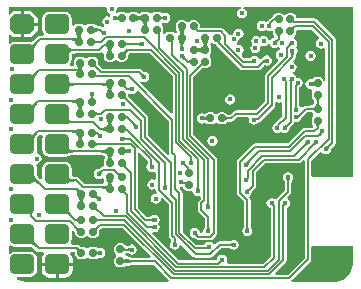
<source format=gbr>
%TF.GenerationSoftware,Altium Limited,Altium Designer,23.3.1 (30)*%
G04 Layer_Physical_Order=4*
G04 Layer_Color=16711680*
%FSLAX45Y45*%
%MOMM*%
%TF.SameCoordinates,B56B3050-E4CE-4FE9-8081-1B6FDF6B35C2*%
%TF.FilePolarity,Positive*%
%TF.FileFunction,Copper,L4,Bot,Signal*%
%TF.Part,Single*%
G01*
G75*
%TA.AperFunction,SMDPad,CuDef*%
G04:AMPARAMS|DCode=11|XSize=0.6mm|YSize=0.6mm|CornerRadius=0.15mm|HoleSize=0mm|Usage=FLASHONLY|Rotation=90.000|XOffset=0mm|YOffset=0mm|HoleType=Round|Shape=RoundedRectangle|*
%AMROUNDEDRECTD11*
21,1,0.60000,0.30000,0,0,90.0*
21,1,0.30000,0.60000,0,0,90.0*
1,1,0.30000,0.15000,0.15000*
1,1,0.30000,0.15000,-0.15000*
1,1,0.30000,-0.15000,-0.15000*
1,1,0.30000,-0.15000,0.15000*
%
%ADD11ROUNDEDRECTD11*%
G04:AMPARAMS|DCode=12|XSize=0.6mm|YSize=0.6mm|CornerRadius=0.15mm|HoleSize=0mm|Usage=FLASHONLY|Rotation=0.000|XOffset=0mm|YOffset=0mm|HoleType=Round|Shape=RoundedRectangle|*
%AMROUNDEDRECTD12*
21,1,0.60000,0.30000,0,0,0.0*
21,1,0.30000,0.60000,0,0,0.0*
1,1,0.30000,0.15000,-0.15000*
1,1,0.30000,-0.15000,-0.15000*
1,1,0.30000,-0.15000,0.15000*
1,1,0.30000,0.15000,0.15000*
%
%ADD12ROUNDEDRECTD12*%
%TA.AperFunction,Conductor*%
%ADD27C,0.15000*%
%ADD28C,0.20000*%
%TA.AperFunction,ComponentPad*%
G04:AMPARAMS|DCode=31|XSize=1.7mm|YSize=2.1mm|CornerRadius=0mm|HoleSize=0mm|Usage=FLASHONLY|Rotation=270.000|XOffset=0mm|YOffset=0mm|HoleType=Round|Shape=Octagon|*
%AMOCTAGOND31*
4,1,8,1.05000,0.42500,1.05000,-0.42500,0.62500,-0.85000,-0.62500,-0.85000,-1.05000,-0.42500,-1.05000,0.42500,-0.62500,0.85000,0.62500,0.85000,1.05000,0.42500,0.0*
%
%ADD31OCTAGOND31*%

G04:AMPARAMS|DCode=32|XSize=1.7mm|YSize=2.1mm|CornerRadius=0.425mm|HoleSize=0mm|Usage=FLASHONLY|Rotation=270.000|XOffset=0mm|YOffset=0mm|HoleType=Round|Shape=RoundedRectangle|*
%AMROUNDEDRECTD32*
21,1,1.70000,1.25001,0,0,270.0*
21,1,0.85000,2.10000,0,0,270.0*
1,1,0.85000,-0.62500,-0.42500*
1,1,0.85000,-0.62500,0.42500*
1,1,0.85000,0.62500,0.42500*
1,1,0.85000,0.62500,-0.42500*
%
%ADD32ROUNDEDRECTD32*%
%TA.AperFunction,ViaPad*%
%ADD33C,0.45000*%
G36*
X1179266Y2359266D02*
X1228843D01*
X1225263Y2353698D01*
X1219234Y2342992D01*
X1216785Y2337852D01*
X1213747Y2329909D01*
X1214713Y2327144D01*
X1216785Y2322147D01*
X1222060Y2311726D01*
X1225263Y2306301D01*
X1228843Y2300734D01*
X1171158D01*
X1174738Y2306303D01*
X1180769Y2317011D01*
X1183219Y2322151D01*
X1186256Y2330091D01*
X1185292Y2332852D01*
X1183219Y2337849D01*
X1177942Y2348271D01*
X1174738Y2353697D01*
X1174331Y2354331D01*
X1173698Y2354737D01*
X1162990Y2360767D01*
X1157850Y2363217D01*
X1149909Y2366255D01*
X1147146Y2365290D01*
X1142150Y2363217D01*
X1131728Y2357941D01*
X1126302Y2354737D01*
X1120734Y2351157D01*
Y2408842D01*
X1126302Y2405262D01*
X1137010Y2399233D01*
X1142149Y2396783D01*
X1150091Y2393745D01*
X1152855Y2394711D01*
X1157851Y2396783D01*
X1168273Y2402059D01*
X1173698Y2405262D01*
X1179266Y2408842D01*
Y2359266D01*
D02*
G37*
G36*
X874188Y2461056D02*
X872864Y2454400D01*
X876163Y2437817D01*
X885556Y2423759D01*
X899614Y2414366D01*
X905026Y2401060D01*
X894554Y2390437D01*
X880000Y2393333D01*
X863417Y2390034D01*
X849359Y2380641D01*
X839966Y2366583D01*
X836668Y2350000D01*
X839966Y2333417D01*
X848849Y2320123D01*
X849410Y2318777D01*
X849631Y2316249D01*
X845998Y2303566D01*
X841415Y2302589D01*
X840361Y2302445D01*
X835449Y2304455D01*
X829754Y2308260D01*
X818049Y2310588D01*
X818048Y2310588D01*
X813161D01*
X810935Y2311628D01*
X807550Y2311777D01*
X804841Y2312123D01*
X801819Y2312746D01*
X798799Y2313592D01*
X790687Y2316695D01*
X786990Y2318457D01*
X777476Y2323814D01*
X772441Y2327052D01*
X769136Y2327649D01*
X768656Y2327969D01*
X765124Y2328672D01*
X760734Y2330490D01*
X759192Y2329852D01*
X755000Y2330686D01*
X725000D01*
X711344Y2327969D01*
X699766Y2320234D01*
X699020Y2319117D01*
X680980D01*
X680234Y2320234D01*
X668656Y2327969D01*
X655000Y2330686D01*
X625000D01*
X611344Y2327969D01*
X599766Y2320234D01*
X595224Y2313436D01*
X580224Y2317986D01*
Y2368500D01*
X575374Y2392886D01*
X561560Y2413560D01*
X540886Y2427374D01*
X516500Y2432224D01*
X391500D01*
X367113Y2427374D01*
X346440Y2413560D01*
X332626Y2392886D01*
X327775Y2368500D01*
Y2283500D01*
X332626Y2259114D01*
X341664Y2245588D01*
X333646Y2230588D01*
X308001D01*
X308000Y2230588D01*
X296294Y2228259D01*
X286371Y2221629D01*
X286370Y2221628D01*
X260332Y2195590D01*
X257883Y2194633D01*
X251220Y2188236D01*
X245509Y2183253D01*
X240541Y2179419D01*
X236455Y2176739D01*
X234660Y2175806D01*
X223415Y2178042D01*
X222578Y2178389D01*
X222180Y2178224D01*
X97500D01*
X73113Y2173374D01*
X58944Y2163906D01*
X43944Y2171790D01*
Y2236857D01*
X57802Y2242597D01*
X84800Y2215600D01*
X147300D01*
Y2326000D01*
Y2436400D01*
X84800D01*
X57802Y2409402D01*
X43944Y2415142D01*
Y2476056D01*
X862885D01*
X874188Y2461056D01*
D02*
G37*
G36*
X970909Y2388266D02*
X973569Y2387616D01*
X976698Y2387063D01*
X980044Y2386668D01*
X987389Y2386352D01*
X988202Y2371352D01*
X984391Y2371267D01*
X977493Y2370582D01*
X974407Y2369983D01*
X971563Y2369213D01*
X971146Y2369062D01*
X971253Y2360348D01*
X970969Y2362439D01*
X970170Y2364309D01*
X968857Y2365960D01*
X967053Y2367372D01*
X966600Y2367159D01*
X964481Y2365875D01*
X962604Y2364420D01*
X960968Y2362794D01*
X960607Y2369872D01*
X958462Y2370362D01*
X954578Y2370912D01*
X950179Y2371242D01*
X945266Y2371352D01*
Y2386352D01*
X950141Y2386462D01*
X954500Y2386792D01*
X958344Y2387342D01*
X959698Y2387656D01*
X959361Y2394253D01*
X961186Y2392752D01*
X963227Y2391409D01*
X965487Y2390224D01*
X966113Y2389963D01*
X966777Y2390313D01*
X968556Y2391744D01*
X969819Y2393395D01*
X970566Y2395265D01*
X970797Y2397356D01*
X970909Y2388266D01*
D02*
G37*
G36*
X2956055Y1033945D02*
X2640000D01*
X2623183Y1030600D01*
X2623038Y1030503D01*
X2608038Y1038521D01*
Y1172026D01*
X2678937Y1242924D01*
X2698248Y1241022D01*
X2699359Y1239359D01*
X2713417Y1229966D01*
X2730000Y1226668D01*
X2746583Y1229966D01*
X2760640Y1239359D01*
X2770034Y1253417D01*
X2772470Y1265666D01*
X2774120Y1269147D01*
X2774174Y1270238D01*
X2774176Y1270248D01*
X2774259Y1270548D01*
X2774494Y1271157D01*
X2774941Y1272069D01*
X2775647Y1273266D01*
X2776472Y1274468D01*
X2779774Y1278468D01*
X2781850Y1280636D01*
X2782844Y1283191D01*
X2803428Y1303776D01*
X2809506Y1312872D01*
X2811641Y1323602D01*
Y2196398D01*
X2809507Y2207128D01*
X2803428Y2216224D01*
X2649826Y2369826D01*
X2640730Y2375904D01*
X2630000Y2378039D01*
X2480686D01*
Y2385000D01*
X2477969Y2398656D01*
X2470234Y2410234D01*
X2458656Y2417969D01*
X2445000Y2420686D01*
X2415000D01*
X2401344Y2417969D01*
X2389766Y2410234D01*
X2389020Y2409117D01*
X2370980D01*
X2370234Y2410234D01*
X2358656Y2417969D01*
X2345000Y2420686D01*
X2315000D01*
X2301344Y2417969D01*
X2289767Y2410234D01*
X2282031Y2398656D01*
X2281552Y2396251D01*
X2279801Y2395902D01*
X2270704Y2389824D01*
X2253923Y2373043D01*
X2251294Y2371982D01*
X2244197Y2365011D01*
X2236022Y2357468D01*
X2232493Y2354555D01*
X2231750Y2354013D01*
X2231731Y2354000D01*
X2231478Y2353874D01*
X2231412Y2353797D01*
X2230797Y2353406D01*
X2229626Y2351732D01*
X2228954Y2350955D01*
X2219187Y2344429D01*
X2205240Y2353748D01*
X2188658Y2357047D01*
X2172075Y2353748D01*
X2158017Y2344355D01*
X2148624Y2330297D01*
X2145325Y2313714D01*
X2148624Y2297132D01*
X2158017Y2283074D01*
X2172075Y2273680D01*
X2188658Y2270382D01*
X2205240Y2273680D01*
X2219149Y2282975D01*
X2233097Y2273655D01*
X2249679Y2270357D01*
X2264314Y2273268D01*
X2271480Y2270866D01*
X2279314Y2266678D01*
Y2255000D01*
X2282031Y2241344D01*
X2289767Y2229767D01*
X2291931Y2228321D01*
X2292037Y2228065D01*
X2292217Y2227621D01*
X2292263Y2227498D01*
X2292362Y2227166D01*
X2292572Y2219261D01*
X2289593Y2211842D01*
X2280505Y2210035D01*
X2266447Y2200641D01*
X2260587Y2191872D01*
X2244663Y2195040D01*
X2243336Y2201712D01*
X2233943Y2215770D01*
X2219885Y2225164D01*
X2203302Y2228462D01*
X2186720Y2225164D01*
X2172662Y2215770D01*
X2171755Y2214413D01*
X2157871Y2223690D01*
X2141288Y2226989D01*
X2124705Y2223690D01*
X2110648Y2214297D01*
X2101254Y2200239D01*
X2097956Y2183656D01*
X2101254Y2167074D01*
X2107404Y2157869D01*
X2101325Y2153807D01*
X2091931Y2139749D01*
X2088633Y2123167D01*
X2091931Y2106584D01*
X2101325Y2092526D01*
X2115383Y2083133D01*
X2131965Y2079834D01*
X2148548Y2083133D01*
X2162606Y2092526D01*
X2171999Y2106584D01*
X2175298Y2123167D01*
X2172655Y2136453D01*
X2180987Y2144394D01*
X2184812Y2146370D01*
X2186720Y2145096D01*
X2203302Y2141797D01*
X2219885Y2145096D01*
X2233943Y2154489D01*
X2239802Y2163258D01*
X2255726Y2160091D01*
X2257053Y2153418D01*
X2266447Y2139360D01*
X2280505Y2129967D01*
X2297087Y2126668D01*
X2313670Y2129967D01*
X2326616Y2138617D01*
X2330039Y2133494D01*
X2340232Y2126683D01*
X2338599Y2111065D01*
X2333417Y2110034D01*
X2319360Y2100640D01*
X2309966Y2086583D01*
X2306668Y2070000D01*
X2309966Y2053417D01*
X2319360Y2039359D01*
X2324835Y2035701D01*
X2327384Y2017036D01*
X2220174Y1909826D01*
X2214096Y1900730D01*
X2211962Y1890000D01*
Y1671614D01*
X2138386Y1598038D01*
X1970000D01*
X1959270Y1595904D01*
X1950174Y1589826D01*
X1918388Y1558040D01*
X1912994D01*
X1910501Y1559143D01*
X1904918Y1559277D01*
X1900749Y1559612D01*
X1897581Y1560093D01*
X1896897Y1560261D01*
X1893934Y1564694D01*
X1892714Y1567641D01*
X1891680Y1568069D01*
X1890233Y1570234D01*
X1878656Y1577969D01*
X1865000Y1580686D01*
X1835000D01*
X1821344Y1577969D01*
X1809766Y1570234D01*
X1809020Y1569117D01*
X1790980D01*
X1790234Y1570234D01*
X1778656Y1577969D01*
X1765000Y1580686D01*
X1735000D01*
X1721344Y1577969D01*
X1709767Y1570234D01*
X1696582Y1570034D01*
X1680000Y1573332D01*
X1663417Y1570034D01*
X1649359Y1560641D01*
X1639966Y1546583D01*
X1636668Y1530000D01*
X1639966Y1513417D01*
X1649359Y1499359D01*
X1663417Y1489966D01*
X1680000Y1486668D01*
X1696582Y1489966D01*
X1709767Y1489766D01*
X1721344Y1482031D01*
X1735000Y1479314D01*
X1765000D01*
X1778656Y1482031D01*
X1790234Y1489766D01*
X1790980Y1490883D01*
X1809020D01*
X1809766Y1489766D01*
X1821344Y1482031D01*
X1835000Y1479314D01*
X1865000D01*
X1878656Y1482031D01*
X1890233Y1489766D01*
X1891683Y1491936D01*
X1892718Y1492365D01*
X1893939Y1495312D01*
X1896900Y1499743D01*
X1897582Y1499911D01*
X1900750Y1500391D01*
X1904918Y1500726D01*
X1910501Y1500860D01*
X1912994Y1501963D01*
X1930002D01*
X1940732Y1504098D01*
X1949828Y1510176D01*
X1981614Y1541961D01*
X2066893D01*
X2078052Y1526961D01*
X2076668Y1520000D01*
X2079966Y1503417D01*
X2089360Y1489359D01*
X2103417Y1479966D01*
X2120000Y1476668D01*
X2136583Y1479966D01*
X2150641Y1489359D01*
X2153867Y1494189D01*
X2162550Y1495915D01*
X2171646Y1501993D01*
X2289826Y1620174D01*
X2295904Y1629270D01*
X2298039Y1640000D01*
Y1662491D01*
X2313039Y1670508D01*
X2317365Y1667617D01*
X2333948Y1664319D01*
X2346961Y1666907D01*
X2361961Y1658588D01*
Y1547736D01*
X2305914Y1491689D01*
X2305021Y1490353D01*
X2303417Y1490034D01*
X2289359Y1480640D01*
X2279966Y1466583D01*
X2276668Y1450000D01*
X2279966Y1433417D01*
X2289359Y1419359D01*
X2303417Y1409966D01*
X2320000Y1406667D01*
X2336583Y1409966D01*
X2350000Y1418931D01*
X2363417Y1409966D01*
X2380000Y1406667D01*
X2396583Y1409966D01*
X2410641Y1419359D01*
X2420034Y1433417D01*
X2422470Y1445666D01*
X2424120Y1449147D01*
X2424174Y1450238D01*
X2424176Y1450248D01*
X2424259Y1450548D01*
X2424494Y1451157D01*
X2424941Y1452069D01*
X2425647Y1453266D01*
X2426472Y1454468D01*
X2429774Y1458468D01*
X2431850Y1460636D01*
X2432844Y1463191D01*
X2453081Y1483428D01*
X2459159Y1492524D01*
X2459299Y1493232D01*
X2463418Y1499966D01*
X2480000Y1496668D01*
X2496583Y1499966D01*
X2510641Y1509359D01*
X2520034Y1523417D01*
X2520249Y1524496D01*
X2522026Y1526507D01*
X2522502Y1527890D01*
X2522849Y1528698D01*
X2523257Y1529499D01*
X2525291Y1532763D01*
X2526113Y1533892D01*
X2531716Y1540437D01*
X2533855Y1542636D01*
X2534891Y1545238D01*
X2571613Y1581961D01*
X2597006D01*
X2599499Y1580857D01*
X2605082Y1580724D01*
X2609251Y1580389D01*
X2612418Y1579908D01*
X2613102Y1579741D01*
X2616064Y1575308D01*
X2617284Y1572361D01*
X2618319Y1571933D01*
X2619766Y1569766D01*
X2620883Y1569020D01*
Y1550980D01*
X2619766Y1550234D01*
X2612031Y1538656D01*
X2609314Y1525000D01*
Y1495000D01*
X2612031Y1481344D01*
X2619766Y1469767D01*
X2621995Y1461544D01*
X2618867Y1456221D01*
X2610753Y1448039D01*
X2550000D01*
X2539270Y1445904D01*
X2530174Y1439826D01*
X2408386Y1318039D01*
X2130000D01*
X2119270Y1315904D01*
X2110174Y1309826D01*
X1982805Y1182457D01*
X1976727Y1173361D01*
X1974592Y1162631D01*
Y897369D01*
X1976727Y886639D01*
X1982805Y877543D01*
X2037073Y823274D01*
Y623384D01*
X2035969Y620874D01*
X2035898Y617589D01*
X2035726Y615121D01*
X2035465Y613006D01*
X2035144Y611278D01*
X2034797Y609934D01*
X2034468Y608971D01*
X2034203Y608373D01*
X2034051Y608104D01*
X2034044Y608095D01*
X2033311Y607285D01*
X2032015Y603656D01*
X2025078Y593273D01*
X2021779Y576690D01*
X2025078Y560108D01*
X2034471Y546050D01*
X2048529Y536657D01*
X2065112Y533358D01*
X2081694Y536657D01*
X2095752Y546050D01*
X2105146Y560108D01*
X2108444Y576690D01*
X2105146Y593273D01*
X2098208Y603656D01*
X2096913Y607285D01*
X2096179Y608095D01*
X2096173Y608104D01*
X2096020Y608374D01*
X2095756Y608972D01*
X2095426Y609933D01*
X2095080Y611277D01*
X2094813Y612714D01*
X2094320Y617873D01*
X2094254Y620874D01*
X2093150Y623384D01*
Y834888D01*
X2091016Y845618D01*
X2084938Y854715D01*
X2082616Y857036D01*
X2085165Y875701D01*
X2090640Y879359D01*
X2100034Y893417D01*
X2102470Y905666D01*
X2104120Y909147D01*
X2104174Y910238D01*
X2104176Y910248D01*
X2104259Y910548D01*
X2104494Y911157D01*
X2104941Y912069D01*
X2105647Y913266D01*
X2106472Y914468D01*
X2109774Y918468D01*
X2111850Y920636D01*
X2112844Y923191D01*
X2129826Y940174D01*
X2135904Y949270D01*
X2138039Y960000D01*
Y1073534D01*
X2216466Y1151961D01*
X2500000D01*
X2510730Y1154096D01*
X2519826Y1160174D01*
X2536961Y1177309D01*
X2551961Y1171095D01*
Y351614D01*
X2408386Y208038D01*
X2307289D01*
X2301549Y221896D01*
X2389826Y310174D01*
X2395904Y319270D01*
X2398039Y330000D01*
Y769354D01*
X2402730Y770287D01*
X2416788Y779681D01*
X2426181Y793739D01*
X2429480Y810321D01*
X2426181Y826904D01*
X2416788Y840962D01*
X2407820Y846954D01*
X2403904Y864252D01*
X2429826Y890174D01*
X2435904Y899270D01*
X2438039Y910000D01*
Y983306D01*
X2439143Y985816D01*
X2439214Y989101D01*
X2439386Y991569D01*
X2439647Y993685D01*
X2439968Y995413D01*
X2440315Y996757D01*
X2440644Y997719D01*
X2440909Y998317D01*
X2441061Y998586D01*
X2441068Y998595D01*
X2441801Y999406D01*
X2443096Y1003035D01*
X2450034Y1013417D01*
X2453332Y1030000D01*
X2450034Y1046583D01*
X2440641Y1060641D01*
X2426583Y1070034D01*
X2410000Y1073332D01*
X2393417Y1070034D01*
X2379359Y1060641D01*
X2369966Y1046583D01*
X2366668Y1030000D01*
X2369966Y1013417D01*
X2376904Y1003035D01*
X2378199Y999406D01*
X2378932Y998595D01*
X2378939Y998587D01*
X2379092Y998316D01*
X2379356Y997719D01*
X2379685Y996757D01*
X2380032Y995413D01*
X2380299Y993977D01*
X2380792Y988818D01*
X2380857Y985816D01*
X2381961Y983307D01*
Y921614D01*
X2310840Y850493D01*
X2310146Y849822D01*
X2291203Y846947D01*
X2286583Y850034D01*
X2270000Y853332D01*
X2253417Y850034D01*
X2239360Y840640D01*
X2229966Y826583D01*
X2226668Y810000D01*
X2229966Y793417D01*
X2239360Y779359D01*
X2253417Y769966D01*
X2261961Y768266D01*
Y361614D01*
X2198386Y298039D01*
X1897799D01*
X1889781Y313038D01*
X1890034Y313417D01*
X1893333Y330000D01*
X1890034Y346583D01*
X1880641Y360641D01*
X1866583Y370034D01*
X1850000Y373333D01*
X1833417Y370034D01*
X1819360Y360641D01*
X1809966Y346583D01*
X1806668Y330000D01*
X1792148Y328038D01*
X1488893D01*
X1261971Y554960D01*
X1269360Y568784D01*
X1280000Y566668D01*
X1296583Y569966D01*
X1310641Y579360D01*
X1320034Y593417D01*
X1323332Y610000D01*
X1320034Y626583D01*
X1311068Y640000D01*
X1320034Y653417D01*
X1323332Y670000D01*
X1320034Y686583D01*
X1310641Y700640D01*
X1296583Y710034D01*
X1280000Y713332D01*
X1263417Y710034D01*
X1253035Y703096D01*
X1249406Y701801D01*
X1248595Y701068D01*
X1248587Y701061D01*
X1248316Y700908D01*
X1247719Y700644D01*
X1246757Y700315D01*
X1245413Y699968D01*
X1243977Y699701D01*
X1238818Y699208D01*
X1235816Y699143D01*
X1233307Y698038D01*
X1211614D01*
X1138039Y771614D01*
Y1235137D01*
X1151897Y1240877D01*
X1221961Y1170812D01*
Y1160374D01*
X1220856Y1157835D01*
X1220800Y1154754D01*
X1220370Y1149258D01*
X1220093Y1147402D01*
X1219727Y1145608D01*
X1219329Y1144108D01*
X1218923Y1142902D01*
X1218538Y1141984D01*
X1218201Y1141329D01*
X1217410Y1140067D01*
X1216742Y1136124D01*
X1214212Y1132337D01*
X1210914Y1115754D01*
X1214212Y1099172D01*
X1223605Y1085114D01*
X1237663Y1075720D01*
X1254246Y1072422D01*
X1270829Y1075720D01*
X1276961Y1079818D01*
X1291961Y1071800D01*
Y1017799D01*
X1276961Y1009781D01*
X1276583Y1010034D01*
X1260000Y1013332D01*
X1243417Y1010034D01*
X1229359Y1000641D01*
X1219966Y986583D01*
X1216668Y970000D01*
X1219966Y953417D01*
X1229359Y939360D01*
X1243417Y929966D01*
X1260000Y926668D01*
X1276583Y929966D01*
X1276961Y930219D01*
X1283475Y928543D01*
X1292692Y922690D01*
X1294096Y915631D01*
X1300121Y906613D01*
X1300063Y906331D01*
X1292699Y892796D01*
X1290000Y893332D01*
X1273417Y890034D01*
X1259359Y880641D01*
X1249966Y866583D01*
X1246668Y850000D01*
X1249966Y833417D01*
X1259359Y819360D01*
X1273417Y809966D01*
X1290000Y806668D01*
X1306583Y809966D01*
X1320640Y819360D01*
X1330034Y833417D01*
X1333332Y850000D01*
X1332795Y852699D01*
X1346620Y860088D01*
X1401962Y804746D01*
Y535148D01*
X1404096Y524418D01*
X1410174Y515321D01*
X1420996Y504499D01*
X1420857Y504184D01*
X1420786Y500899D01*
X1420614Y498431D01*
X1420353Y496315D01*
X1420032Y494587D01*
X1419685Y493243D01*
X1419356Y492281D01*
X1419091Y491683D01*
X1418939Y491414D01*
X1418932Y491405D01*
X1418199Y490594D01*
X1416903Y486965D01*
X1409966Y476583D01*
X1406667Y460000D01*
X1409966Y443417D01*
X1419359Y429360D01*
X1433417Y419966D01*
X1450000Y416668D01*
X1466583Y419966D01*
X1480640Y429360D01*
X1490034Y443417D01*
X1492233Y454475D01*
X1506829Y460364D01*
X1507538Y460383D01*
X1607748Y360174D01*
X1616844Y354096D01*
X1627574Y351961D01*
X1750000D01*
X1760730Y354096D01*
X1769826Y360174D01*
X1841614Y431962D01*
X1903307D01*
X1905818Y430857D01*
X1909101Y430786D01*
X1911569Y430615D01*
X1913685Y430353D01*
X1915413Y430032D01*
X1916757Y429685D01*
X1917719Y429356D01*
X1918317Y429091D01*
X1918586Y428939D01*
X1918595Y428932D01*
X1919406Y428199D01*
X1923035Y426904D01*
X1933417Y419966D01*
X1950000Y416668D01*
X1966583Y419966D01*
X1980640Y429360D01*
X1990034Y443417D01*
X1993332Y460000D01*
X1990034Y476583D01*
X1980640Y490641D01*
X1966583Y500034D01*
X1950000Y503332D01*
X1933417Y500034D01*
X1923035Y493097D01*
X1919406Y491801D01*
X1918595Y491068D01*
X1918587Y491062D01*
X1918316Y490909D01*
X1917719Y490644D01*
X1916757Y490315D01*
X1915413Y489968D01*
X1913977Y489701D01*
X1908818Y489208D01*
X1905818Y489143D01*
X1903307Y488039D01*
X1830000D01*
X1819270Y485904D01*
X1810174Y479826D01*
X1793334Y462986D01*
X1774688Y465554D01*
X1770997Y471078D01*
X1756939Y480471D01*
X1740357Y483770D01*
X1723774Y480471D01*
X1709716Y471078D01*
X1702059Y459618D01*
X1700577Y459400D01*
X1698336Y459221D01*
X1695026Y459141D01*
X1693639Y458527D01*
X1692164Y458881D01*
X1690788Y458038D01*
X1631614D01*
X1518039Y571614D01*
Y895000D01*
X1515904Y905730D01*
X1509826Y914826D01*
X1491610Y933043D01*
X1498999Y946867D01*
X1500000Y946668D01*
X1516582Y949966D01*
X1522031Y941344D01*
X1529766Y929766D01*
X1541344Y922031D01*
X1555000Y919314D01*
X1585000D01*
X1588842Y920079D01*
X1591074Y919582D01*
X1604752Y909687D01*
X1605010Y909165D01*
X1606786Y900237D01*
X1616179Y886179D01*
X1630237Y876786D01*
X1646820Y873487D01*
X1655487Y875211D01*
X1670488Y864853D01*
Y850140D01*
X1651712Y831364D01*
X1645634Y822268D01*
X1643499Y811538D01*
Y758463D01*
X1645634Y747733D01*
X1651712Y738636D01*
X1706962Y683386D01*
Y625119D01*
X1705857Y622609D01*
X1705786Y619324D01*
X1705615Y616856D01*
X1705353Y614741D01*
X1705032Y613012D01*
X1704685Y611668D01*
X1704356Y610706D01*
X1704091Y610108D01*
X1703939Y609839D01*
X1703932Y609830D01*
X1703199Y609019D01*
X1701904Y605390D01*
X1694966Y595008D01*
X1691668Y578425D01*
X1692770Y572887D01*
X1680943Y557886D01*
X1664393D01*
X1663913Y558644D01*
X1663629Y559179D01*
X1663409Y559948D01*
X1663321Y560058D01*
X1660034Y576583D01*
X1650641Y590640D01*
X1636583Y600034D01*
X1620000Y603332D01*
X1603417Y600034D01*
X1589360Y590640D01*
X1579966Y576583D01*
X1576668Y560000D01*
X1579966Y543417D01*
X1589360Y529359D01*
X1603417Y519966D01*
X1619942Y516679D01*
X1620052Y516591D01*
X1620821Y516371D01*
X1621355Y516088D01*
X1622355Y515453D01*
X1623520Y514604D01*
X1627534Y511172D01*
X1629809Y508974D01*
X1634889Y506972D01*
X1639422Y503944D01*
X1650152Y501809D01*
X1752155D01*
X1762885Y503944D01*
X1771981Y510022D01*
X1799826Y537867D01*
X1805904Y546963D01*
X1808039Y557693D01*
Y1179705D01*
X1805904Y1190434D01*
X1799826Y1199531D01*
X1608038Y1391319D01*
Y1879443D01*
X1674112Y1945517D01*
X1675628Y1945871D01*
X1676502Y1947277D01*
X1678043Y1947884D01*
X1683664Y1953307D01*
X1688334Y1957442D01*
X1691567Y1959997D01*
X1695000Y1959314D01*
X1696277D01*
X1696640Y1959074D01*
X1697826Y1959314D01*
X1725000D01*
X1738656Y1962031D01*
X1750233Y1969766D01*
X1757969Y1981344D01*
X1760686Y1995000D01*
Y2025000D01*
X1757969Y2038656D01*
X1750233Y2050234D01*
X1749117Y2050980D01*
Y2069020D01*
X1750233Y2069766D01*
X1757969Y2081344D01*
X1760686Y2095000D01*
Y2125000D01*
X1759852Y2129192D01*
X1760490Y2130734D01*
X1758672Y2135124D01*
X1757969Y2138656D01*
X1757649Y2139136D01*
X1757052Y2142440D01*
X1753696Y2147660D01*
X1751055Y2152133D01*
X1749222Y2155754D01*
X1755284Y2167993D01*
X1770248Y2169445D01*
X1781344Y2162031D01*
X1795000Y2159314D01*
X1797321D01*
X1803340Y2150306D01*
X2005432Y1948214D01*
X2014529Y1942136D01*
X2025259Y1940001D01*
X2158040D01*
X2168770Y1942136D01*
X2177866Y1948214D01*
X2204424Y1974771D01*
X2205042Y1974854D01*
X2206665Y1976975D01*
X2209156Y1977942D01*
X2211608Y1980288D01*
X2212188Y1980788D01*
X2213417Y1979966D01*
X2230000Y1976668D01*
X2246583Y1979966D01*
X2260641Y1989359D01*
X2270034Y2003417D01*
X2273333Y2020000D01*
X2270034Y2036583D01*
X2260641Y2050641D01*
X2246583Y2060034D01*
X2230000Y2063332D01*
X2213417Y2060034D01*
X2199360Y2050641D01*
X2196545Y2046428D01*
X2194792Y2045715D01*
X2181004Y2032101D01*
X2174706Y2032794D01*
X2163789Y2036183D01*
X2155975Y2047879D01*
X2141917Y2057272D01*
X2125334Y2060570D01*
X2108751Y2057272D01*
X2094694Y2047879D01*
X2088342Y2038373D01*
X2037640D01*
X2017076Y2058937D01*
X2018978Y2078249D01*
X2020641Y2079360D01*
X2030034Y2093417D01*
X2033332Y2110000D01*
X2030034Y2126583D01*
X2020641Y2140641D01*
X2006583Y2150034D01*
X1990000Y2153332D01*
X1981050Y2151552D01*
X1975197Y2165682D01*
X1980640Y2169319D01*
X1990033Y2183377D01*
X1993332Y2199959D01*
X1992586Y2203707D01*
X2006046Y2206384D01*
X2020104Y2215778D01*
X2029497Y2229836D01*
X2032796Y2246418D01*
X2029497Y2263001D01*
X2020104Y2277059D01*
X2006046Y2286452D01*
X1989463Y2289751D01*
X1972881Y2286452D01*
X1958823Y2277059D01*
X1949429Y2263001D01*
X1946131Y2246418D01*
X1946876Y2242670D01*
X1933417Y2239993D01*
X1922737Y2232857D01*
X1910692Y2235693D01*
X1906405Y2238212D01*
X1905904Y2240730D01*
X1899826Y2249826D01*
X1859826Y2289826D01*
X1850730Y2295904D01*
X1840000Y2298039D01*
X1675184D01*
X1671150Y2299082D01*
X1660879Y2306001D01*
X1660686Y2306286D01*
Y2325000D01*
X1657969Y2338656D01*
X1650233Y2350234D01*
X1638656Y2357969D01*
X1625000Y2360686D01*
X1595000D01*
X1581344Y2357969D01*
X1569766Y2350234D01*
X1569020Y2349117D01*
X1550980D01*
X1550234Y2350234D01*
X1538656Y2357969D01*
X1525000Y2360686D01*
X1495000D01*
X1481344Y2357969D01*
X1469766Y2350234D01*
X1462031Y2338656D01*
X1459314Y2325000D01*
Y2295000D01*
X1460148Y2290808D01*
X1459510Y2289266D01*
X1461328Y2284876D01*
X1462031Y2281344D01*
X1462351Y2280864D01*
X1462948Y2277559D01*
X1466308Y2272334D01*
X1468941Y2267873D01*
X1470778Y2264245D01*
X1464716Y2252008D01*
X1449752Y2250555D01*
X1438656Y2257969D01*
X1425000Y2260685D01*
X1395000D01*
X1381344Y2257969D01*
X1369766Y2250233D01*
X1366507Y2245356D01*
X1350489Y2248110D01*
X1347969Y2251344D01*
X1350686Y2265000D01*
Y2295000D01*
X1347969Y2308656D01*
X1340234Y2320233D01*
X1339117Y2320980D01*
Y2339020D01*
X1340233Y2339766D01*
X1353418Y2339966D01*
X1370000Y2336668D01*
X1386583Y2339966D01*
X1400641Y2349360D01*
X1410034Y2363417D01*
X1413332Y2380000D01*
X1410034Y2396583D01*
X1400641Y2410641D01*
X1386583Y2420034D01*
X1370000Y2423332D01*
X1353418Y2420034D01*
X1340233Y2420233D01*
X1328656Y2427969D01*
X1315000Y2430686D01*
X1285000D01*
X1271344Y2427969D01*
X1259766Y2420233D01*
X1259020Y2419117D01*
X1240980D01*
X1240234Y2420233D01*
X1228656Y2427969D01*
X1215000Y2430686D01*
X1185000D01*
X1180808Y2429852D01*
X1179266Y2430490D01*
X1174876Y2428672D01*
X1171344Y2427969D01*
X1170864Y2427648D01*
X1167560Y2427052D01*
X1162334Y2423692D01*
X1157873Y2421058D01*
X1149949Y2417047D01*
X1146990Y2418457D01*
X1137476Y2423814D01*
X1132441Y2427052D01*
X1129136Y2427648D01*
X1128656Y2427969D01*
X1125124Y2428672D01*
X1120734Y2430490D01*
X1119192Y2429852D01*
X1115000Y2430686D01*
X1085000D01*
X1071344Y2427969D01*
X1059766Y2420233D01*
X1059020Y2419117D01*
X1040980D01*
X1040234Y2420233D01*
X1028656Y2427969D01*
X1015000Y2430686D01*
X985000D01*
X971344Y2427969D01*
X964744Y2423559D01*
X953935Y2434368D01*
X953932Y2434378D01*
X956230Y2437817D01*
X959529Y2454400D01*
X958205Y2461056D01*
X969508Y2476056D01*
X2007077D01*
X2008555Y2461056D01*
X2003417Y2460034D01*
X1989359Y2450641D01*
X1979966Y2436583D01*
X1976668Y2420000D01*
X1979966Y2403417D01*
X1989359Y2389359D01*
X2003417Y2379966D01*
X2020000Y2376668D01*
X2036583Y2379966D01*
X2050641Y2389359D01*
X2060034Y2403417D01*
X2063332Y2420000D01*
X2060034Y2436583D01*
X2050641Y2450641D01*
X2036583Y2460034D01*
X2031446Y2461056D01*
X2032923Y2476056D01*
X2956055D01*
Y1033945D01*
D02*
G37*
G36*
X1327734Y2399513D02*
X1328712Y2396992D01*
X1330340Y2394767D01*
X1332620Y2392839D01*
X1335552Y2391208D01*
X1339135Y2389873D01*
X1341722Y2389239D01*
X1342978Y2389563D01*
X1345627Y2390470D01*
X1348048Y2391543D01*
X1350239Y2392780D01*
X1352200Y2394183D01*
X1353932Y2395750D01*
Y2387645D01*
X1359983Y2387500D01*
Y2372500D01*
X1353932Y2372355D01*
Y2364250D01*
X1352200Y2365818D01*
X1350238Y2367220D01*
X1348047Y2368458D01*
X1345627Y2369530D01*
X1342977Y2370438D01*
X1341722Y2370762D01*
X1339135Y2370127D01*
X1335553Y2368793D01*
X1332621Y2367161D01*
X1330341Y2365233D01*
X1328712Y2363009D01*
X1327735Y2360488D01*
X1327409Y2357670D01*
X1327409Y2372476D01*
X1326287Y2372500D01*
Y2387500D01*
X1327409Y2387525D01*
X1327409Y2402331D01*
X1327734Y2399513D01*
D02*
G37*
G36*
X2278888Y2347748D02*
X2276187Y2344915D01*
X2273872Y2342202D01*
X2271942Y2339608D01*
X2270399Y2337135D01*
X2269241Y2334781D01*
X2268468Y2332548D01*
X2268082Y2330435D01*
X2268081Y2328442D01*
X2268465Y2326569D01*
X2269236Y2324816D01*
X2241186Y2334525D01*
X2242431Y2335149D01*
X2243961Y2336124D01*
X2245776Y2337449D01*
X2250261Y2341151D01*
X2259127Y2349332D01*
X2266464Y2356538D01*
X2278888Y2347748D01*
D02*
G37*
G36*
X2475303Y2304697D02*
X2471371Y2300658D01*
X2462736Y2290418D01*
X2460910Y2287630D01*
X2459611Y2285154D01*
X2458838Y2282991D01*
X2458592Y2281140D01*
X2458872Y2279601D01*
X2459678Y2278375D01*
X2438375Y2299678D01*
X2439601Y2298872D01*
X2441139Y2298592D01*
X2442990Y2298838D01*
X2445154Y2299611D01*
X2447630Y2300911D01*
X2450418Y2302736D01*
X2453519Y2305088D01*
X2460658Y2311372D01*
X2464696Y2315303D01*
X2475303Y2304697D01*
D02*
G37*
G36*
X1638872Y2300397D02*
X1638592Y2298859D01*
X1638838Y2297009D01*
X1639611Y2294846D01*
X1640910Y2292370D01*
X1642736Y2289582D01*
X1645088Y2286481D01*
X1651371Y2279343D01*
X1655302Y2275305D01*
X1644695Y2264698D01*
X1640657Y2268629D01*
X1630418Y2277264D01*
X1627630Y2279090D01*
X1625154Y2280389D01*
X1622991Y2281162D01*
X1621141Y2281408D01*
X1619602Y2281128D01*
X1618376Y2280322D01*
X1639678Y2301623D01*
X1638872Y2300397D01*
D02*
G37*
G36*
X827239Y2284971D02*
X836524Y2276834D01*
X837059Y2276610D01*
X837395Y2276620D01*
X825571Y2258219D01*
X825426Y2258386D01*
X824260Y2259590D01*
X810978Y2272929D01*
X825120Y2287072D01*
X827239Y2284971D01*
D02*
G37*
G36*
X766302Y2305263D02*
X777010Y2299233D01*
X782149Y2296784D01*
X791999Y2293015D01*
X796709Y2291696D01*
X801277Y2290754D01*
X805701Y2290189D01*
X809983Y2290001D01*
Y2270001D01*
X805701Y2269812D01*
X801277Y2269247D01*
X796710Y2268305D01*
X791999Y2266986D01*
X787146Y2265290D01*
X782150Y2263217D01*
X771728Y2257941D01*
X766302Y2254738D01*
X760734Y2251158D01*
Y2308842D01*
X766302Y2305263D01*
D02*
G37*
G36*
X1535262Y2283698D02*
X1529233Y2272990D01*
X1526783Y2267850D01*
X1523745Y2259909D01*
X1524710Y2257146D01*
X1526783Y2252149D01*
X1532059Y2241727D01*
X1535262Y2236302D01*
X1538842Y2230733D01*
X1481157D01*
X1484737Y2236302D01*
X1490767Y2247009D01*
X1493216Y2252149D01*
X1496255Y2260091D01*
X1495289Y2262855D01*
X1493216Y2267851D01*
X1487941Y2278273D01*
X1484737Y2283698D01*
X1481158Y2289266D01*
X1538842D01*
X1535262Y2283698D01*
D02*
G37*
G36*
X2352329Y2242590D02*
X2349511Y2242264D01*
X2346989Y2241287D01*
X2344765Y2239659D01*
X2342837Y2237379D01*
X2341206Y2234447D01*
X2339871Y2230864D01*
X2338833Y2226630D01*
X2338091Y2221744D01*
X2337646Y2216206D01*
X2337498Y2210017D01*
X2322498D01*
X2322350Y2216207D01*
X2321905Y2221744D01*
X2321163Y2226631D01*
X2320125Y2230865D01*
X2318790Y2234448D01*
X2317159Y2237380D01*
X2315231Y2239661D01*
X2313006Y2241290D01*
X2310485Y2242267D01*
X2307667Y2242593D01*
X2352329Y2242590D01*
D02*
G37*
G36*
X665262Y2253698D02*
X659232Y2242989D01*
X656783Y2237850D01*
X653744Y2229909D01*
X654710Y2227147D01*
X656783Y2222150D01*
X662059Y2211728D01*
X665262Y2206302D01*
X668842Y2200734D01*
X621605D01*
X610322Y2170000D01*
X611240Y2173800D01*
X611059Y2177200D01*
X609778Y2180200D01*
X607397Y2182800D01*
X603917Y2185000D01*
X599336Y2186800D01*
X593656Y2188200D01*
X586876Y2189200D01*
X578997Y2189800D01*
X570017Y2190000D01*
X571012Y2210000D01*
X616812Y2209985D01*
X620767Y2217009D01*
X623216Y2222148D01*
X626255Y2230091D01*
X625289Y2232855D01*
X623216Y2237852D01*
X617940Y2248273D01*
X614737Y2253698D01*
X611158Y2259266D01*
X668842D01*
X665262Y2253698D01*
D02*
G37*
G36*
X2333300Y2195607D02*
X2330674Y2192864D01*
X2326258Y2187515D01*
X2324468Y2184908D01*
X2322957Y2182347D01*
X2321725Y2179832D01*
X2320772Y2177362D01*
X2320098Y2174937D01*
X2319702Y2172559D01*
X2319586Y2170226D01*
X2297312Y2192500D01*
X2299645Y2192616D01*
X2302024Y2193011D01*
X2304449Y2193685D01*
X2306918Y2194638D01*
X2309434Y2195870D01*
X2311995Y2197381D01*
X2314601Y2199171D01*
X2317253Y2201240D01*
X2319951Y2203587D01*
X2322694Y2206214D01*
X2333300Y2195607D01*
D02*
G37*
G36*
X767734Y2199514D02*
X768711Y2196992D01*
X770340Y2194768D01*
X772620Y2192840D01*
X775552Y2191208D01*
X779135Y2189874D01*
X783370Y2188835D01*
X788256Y2188094D01*
X793794Y2187649D01*
X799983Y2187501D01*
Y2172501D01*
X793794Y2172353D01*
X788256Y2171908D01*
X783370Y2171166D01*
X779136Y2170128D01*
X775552Y2168793D01*
X772621Y2167162D01*
X770341Y2165234D01*
X768712Y2163009D01*
X767735Y2160488D01*
X767409Y2157670D01*
X767408Y2202331D01*
X767734Y2199514D01*
D02*
G37*
G36*
X287018Y2164876D02*
X280264Y2157841D01*
X269773Y2145108D01*
X266036Y2139410D01*
X263305Y2134158D01*
X261581Y2129350D01*
X260862Y2124989D01*
X261149Y2121073D01*
X262442Y2117602D01*
X264742Y2114577D01*
X222578Y2156741D01*
X225603Y2154442D01*
X229073Y2153149D01*
X232989Y2152862D01*
X237351Y2153580D01*
X242158Y2155305D01*
X247410Y2158036D01*
X253108Y2161772D01*
X259252Y2166515D01*
X265841Y2172264D01*
X272876Y2179018D01*
X287018Y2164876D01*
D02*
G37*
G36*
X2438117Y2144087D02*
X2436102Y2144623D01*
X2433999Y2144802D01*
X2431808Y2144624D01*
X2429528Y2144089D01*
X2427160Y2143198D01*
X2424704Y2141950D01*
X2422159Y2140345D01*
X2419526Y2138383D01*
X2416805Y2136064D01*
X2413995Y2133389D01*
X2407411Y2148018D01*
X2410054Y2150730D01*
X2416708Y2158434D01*
X2418501Y2160857D01*
X2421452Y2165488D01*
X2422610Y2167695D01*
X2423555Y2169830D01*
X2424288Y2171892D01*
X2438117Y2144087D01*
D02*
G37*
G36*
X1151994Y2143648D02*
X1150471Y2145330D01*
X1148692Y2146835D01*
X1146658Y2148163D01*
X1144367Y2149314D01*
X1141820Y2150288D01*
X1139018Y2151084D01*
X1135959Y2151704D01*
X1132645Y2152147D01*
X1129074Y2152412D01*
X1125247Y2152501D01*
X1126978Y2167501D01*
X1130740Y2167575D01*
X1137651Y2168172D01*
X1140799Y2168695D01*
X1143743Y2169367D01*
X1146483Y2170188D01*
X1149018Y2171158D01*
X1151348Y2172277D01*
X1153473Y2173546D01*
X1155395Y2174964D01*
X1151994Y2143648D01*
D02*
G37*
G36*
X1027734Y2179514D02*
X1028711Y2176992D01*
X1030340Y2174768D01*
X1032620Y2172840D01*
X1035552Y2171209D01*
X1039135Y2169874D01*
X1043370Y2168835D01*
X1048256Y2168094D01*
X1053794Y2167649D01*
X1059983Y2167501D01*
Y2152501D01*
X1053794Y2152353D01*
X1048256Y2151908D01*
X1043370Y2151166D01*
X1039136Y2150128D01*
X1035553Y2148793D01*
X1032621Y2147162D01*
X1030341Y2145234D01*
X1028712Y2143009D01*
X1027735Y2140488D01*
X1027410Y2137670D01*
X1027408Y2182331D01*
X1027734Y2179514D01*
D02*
G37*
G36*
X1535262Y2183697D02*
X1529233Y2172990D01*
X1526783Y2167850D01*
X1523014Y2158001D01*
X1521695Y2153290D01*
X1520849Y2149187D01*
X1520920Y2148345D01*
X1521437Y2145533D01*
X1522070Y2143028D01*
X1522817Y2140828D01*
X1523680Y2138936D01*
X1524657Y2137349D01*
X1525750Y2136068D01*
X1494250Y2136068D01*
X1495342Y2137349D01*
X1496320Y2138935D01*
X1497182Y2140828D01*
X1497930Y2143027D01*
X1498562Y2145533D01*
X1499080Y2148345D01*
X1499174Y2149073D01*
X1498304Y2153290D01*
X1496985Y2158001D01*
X1495289Y2162854D01*
X1493216Y2167850D01*
X1487941Y2178272D01*
X1484737Y2183697D01*
X1481157Y2189266D01*
X1538842D01*
X1535262Y2183697D01*
D02*
G37*
G36*
X1735262D02*
X1729233Y2172989D01*
X1726783Y2167850D01*
X1723745Y2159909D01*
X1724710Y2157146D01*
X1726783Y2152150D01*
X1732059Y2141728D01*
X1735262Y2136302D01*
X1738842Y2130734D01*
X1689266D01*
Y2081157D01*
X1683698Y2084737D01*
X1672991Y2090766D01*
X1667852Y2093216D01*
X1659909Y2096254D01*
X1657145Y2095288D01*
X1652148Y2093216D01*
X1641727Y2087940D01*
X1636302Y2084737D01*
X1630734Y2081157D01*
Y2138842D01*
X1636303Y2135262D01*
X1647011Y2129232D01*
X1652151Y2126782D01*
X1660091Y2123744D01*
X1662853Y2124709D01*
X1667849Y2126782D01*
X1678271Y2132058D01*
X1683697Y2135262D01*
X1684331Y2135669D01*
X1684737Y2136302D01*
X1690767Y2147009D01*
X1693216Y2152149D01*
X1696254Y2160090D01*
X1695289Y2162855D01*
X1693216Y2167851D01*
X1687940Y2178273D01*
X1684738Y2183698D01*
X1681158Y2189266D01*
X1738843D01*
X1735262Y2183697D01*
D02*
G37*
G36*
X1050470Y2099863D02*
X1044638Y2093822D01*
X1035475Y2082987D01*
X1032145Y2078193D01*
X1029649Y2073815D01*
X1027987Y2069853D01*
X1027159Y2066307D01*
X1027165Y2063176D01*
X1028004Y2060462D01*
X1029678Y2058163D01*
X998163Y2089678D01*
X1000462Y2088004D01*
X1003177Y2087164D01*
X1006307Y2087159D01*
X1009853Y2087987D01*
X1013815Y2089649D01*
X1018193Y2092145D01*
X1022987Y2095475D01*
X1028197Y2099639D01*
X1039864Y2110470D01*
X1050470Y2099863D01*
D02*
G37*
G36*
X873727Y2139266D02*
X928843D01*
X925262Y2133697D01*
X919232Y2122988D01*
X916782Y2117849D01*
X913744Y2109909D01*
X914709Y2107147D01*
X916782Y2102151D01*
X922059Y2091729D01*
X925262Y2086303D01*
X928843Y2080734D01*
X871158D01*
X874737Y2086302D01*
X880766Y2097009D01*
X883216Y2102148D01*
X886254Y2110090D01*
X885288Y2112855D01*
X883216Y2117852D01*
X877940Y2128273D01*
X874737Y2133698D01*
X872439Y2137273D01*
X871817Y2137627D01*
X870080Y2138256D01*
X867882Y2138789D01*
X865226Y2139225D01*
X862109Y2139564D01*
X854496Y2139952D01*
X850000Y2140000D01*
Y2160000D01*
X853981Y2160050D01*
X863324Y2160802D01*
X865573Y2161253D01*
X867389Y2161805D01*
X868771Y2162456D01*
X869721Y2163208D01*
X870238Y2164060D01*
X870322Y2165013D01*
X873727Y2139266D01*
D02*
G37*
G36*
X550891Y2136050D02*
X552756Y2132681D01*
X555473Y2129709D01*
X559042Y2127133D01*
X563462Y2124954D01*
X568733Y2123171D01*
X574856Y2121783D01*
X581831Y2120793D01*
X589657Y2120198D01*
X598335Y2120000D01*
X599059Y2100000D01*
X590867Y2099800D01*
X583600Y2099200D01*
X577257Y2098200D01*
X571839Y2096800D01*
X567346Y2095000D01*
X563778Y2092800D01*
X561135Y2090200D01*
X559417Y2087200D01*
X558623Y2083800D01*
X558754Y2080000D01*
X549877Y2139814D01*
X550891Y2136050D01*
D02*
G37*
G36*
X844360Y2085253D02*
X849761Y2077246D01*
X849315Y2075000D01*
Y2045000D01*
X852031Y2031344D01*
X859767Y2019766D01*
X871344Y2012031D01*
X885000Y2009314D01*
X915000D01*
X928657Y2012031D01*
X940234Y2019766D01*
X940980Y2020883D01*
X959020D01*
X959766Y2019766D01*
X971344Y2012031D01*
X985000Y2009314D01*
X1015000D01*
X1028656Y2012031D01*
X1040234Y2019766D01*
X1047969Y2031344D01*
X1050686Y2045000D01*
Y2054181D01*
X1051063Y2054798D01*
X1050686Y2056362D01*
Y2056617D01*
X1051326Y2058163D01*
X1050686Y2059709D01*
Y2066939D01*
X1052668Y2069793D01*
X1060707Y2079299D01*
X1063277Y2081962D01*
X1238386D01*
X1431962Y1888386D01*
Y1577289D01*
X1418104Y1571549D01*
X1156268Y1833385D01*
X1165830Y1845036D01*
X1173417Y1839966D01*
X1190000Y1836668D01*
X1206583Y1839966D01*
X1220640Y1849360D01*
X1230034Y1863417D01*
X1233332Y1880000D01*
X1230034Y1896583D01*
X1220640Y1910641D01*
X1206583Y1920034D01*
X1194334Y1922470D01*
X1190853Y1924120D01*
X1189762Y1924174D01*
X1189751Y1924176D01*
X1189452Y1924259D01*
X1188843Y1924494D01*
X1187931Y1924941D01*
X1186734Y1925647D01*
X1185532Y1926472D01*
X1181532Y1929774D01*
X1179364Y1931850D01*
X1176809Y1932844D01*
X1169826Y1939826D01*
X1160730Y1945904D01*
X1150000Y1948039D01*
X841616D01*
X817248Y1972407D01*
X816335Y1974865D01*
X806051Y1985943D01*
X802840Y1989960D01*
X800685Y1993061D01*
Y2000291D01*
X801326Y2001837D01*
X800685Y2003383D01*
Y2003638D01*
X801063Y2005202D01*
X800685Y2005819D01*
Y2015000D01*
X797969Y2028656D01*
X790233Y2040234D01*
X778656Y2047969D01*
X765000Y2050686D01*
X735000D01*
X721343Y2047969D01*
X709766Y2040234D01*
X709020Y2039117D01*
X690980D01*
X690234Y2040234D01*
X678656Y2047969D01*
X665000Y2050686D01*
X635000D01*
X621344Y2047969D01*
X609766Y2040234D01*
X602031Y2028656D01*
X599314Y2015000D01*
Y1985000D01*
X592895Y1974725D01*
X586869Y1970588D01*
X567828D01*
X563653Y1979814D01*
X562327Y1985588D01*
X575374Y2005114D01*
X580224Y2029500D01*
Y2076608D01*
X581660Y2076979D01*
X586178Y2077691D01*
X592022Y2078174D01*
X599587Y2078359D01*
X599713Y2078414D01*
X599842Y2078366D01*
X602130Y2079412D01*
X809999D01*
X810000Y2079412D01*
X821705Y2081741D01*
X831629Y2088371D01*
X844360Y2085253D01*
D02*
G37*
G36*
X2461348Y2080998D02*
X2459724Y2079360D01*
X2458270Y2077480D01*
X2456988Y2075359D01*
X2455877Y2072996D01*
X2454936Y2070392D01*
X2454167Y2067547D01*
X2453569Y2064460D01*
X2453141Y2061132D01*
X2452885Y2057562D01*
X2452799Y2053751D01*
X2437799Y2054539D01*
X2437720Y2058321D01*
X2437087Y2065231D01*
X2436533Y2068360D01*
X2435821Y2071270D01*
X2434951Y2073963D01*
X2433922Y2076438D01*
X2432735Y2078695D01*
X2431390Y2080734D01*
X2429887Y2082556D01*
X2461348Y2080998D01*
D02*
G37*
G36*
X1532632Y2058097D02*
X1533062Y2056284D01*
X1533791Y2054335D01*
X1534818Y2052252D01*
X1536142Y2050033D01*
X1537765Y2047679D01*
X1539685Y2045189D01*
X1544419Y2039804D01*
X1547233Y2036909D01*
X1533091Y2022767D01*
X1530196Y2025581D01*
X1522321Y2032235D01*
X1519967Y2033858D01*
X1517748Y2035182D01*
X1515664Y2036209D01*
X1513716Y2036938D01*
X1511903Y2037368D01*
X1510225Y2037501D01*
X1532499Y2059775D01*
X1532632Y2058097D01*
D02*
G37*
G36*
X2215683Y2002642D02*
X2214242Y2003564D01*
X2212643Y2004079D01*
X2210887Y2004188D01*
X2208974Y2003891D01*
X2206904Y2003189D01*
X2204676Y2002080D01*
X2202291Y2000565D01*
X2199749Y1998645D01*
X2197049Y1996319D01*
X2194193Y1993586D01*
X2186413Y2007019D01*
X2210001Y2030310D01*
X2215683Y2002642D01*
D02*
G37*
G36*
X1580322Y1995000D02*
X1580119Y1995950D01*
X1579509Y1996799D01*
X1578493Y1997549D01*
X1577070Y1998199D01*
X1575241Y1998749D01*
X1573006Y1999199D01*
X1570364Y1999549D01*
X1563862Y1999949D01*
X1560001Y1999999D01*
Y2019999D01*
X1563861Y2020048D01*
X1573003Y2020789D01*
X1575238Y2021234D01*
X1577066Y2021778D01*
X1578488Y2022420D01*
X1579504Y2023161D01*
X1580113Y2024002D01*
X1580316Y2024941D01*
X1580322Y1995000D01*
D02*
G37*
G36*
X1700780Y1980322D02*
X1699180Y1982695D01*
X1697097Y1984167D01*
X1694530Y1984736D01*
X1691479Y1984403D01*
X1687945Y1983168D01*
X1683926Y1981031D01*
X1679423Y1977992D01*
X1674437Y1974051D01*
X1668966Y1969208D01*
X1663012Y1963462D01*
X1654152Y1975816D01*
X1660346Y1982219D01*
X1670349Y1993894D01*
X1674158Y1999167D01*
X1677172Y2004063D01*
X1679392Y2008583D01*
X1680817Y2012726D01*
X1681446Y2016492D01*
X1681282Y2019881D01*
X1680322Y2022894D01*
X1700780Y1980322D01*
D02*
G37*
G36*
X778004Y1999538D02*
X777164Y1996824D01*
X777158Y1993693D01*
X777987Y1990147D01*
X779649Y1986185D01*
X782145Y1981807D01*
X785475Y1977013D01*
X789639Y1971803D01*
X800470Y1960137D01*
X789863Y1949530D01*
X783822Y1955362D01*
X772987Y1964525D01*
X768193Y1967855D01*
X763815Y1970351D01*
X759853Y1972013D01*
X756307Y1972841D01*
X753176Y1972836D01*
X750462Y1971996D01*
X748163Y1970322D01*
X779678Y2001837D01*
X778004Y1999538D01*
D02*
G37*
G36*
X660033Y1979266D02*
X678842D01*
X675263Y1973698D01*
X669233Y1962991D01*
X666784Y1957852D01*
X665649Y1954885D01*
X666784Y1952148D01*
X672060Y1941727D01*
X675263Y1936302D01*
X678842Y1930734D01*
X660033D01*
X660001Y1930017D01*
X640001D01*
X639970Y1930734D01*
X621158D01*
X624738Y1936302D01*
X630768Y1947011D01*
X633217Y1952150D01*
X634352Y1955115D01*
X633217Y1957850D01*
X627941Y1968272D01*
X624738Y1973698D01*
X621158Y1979266D01*
X639970D01*
X640001Y1979983D01*
X660001D01*
X660033Y1979266D01*
D02*
G37*
G36*
X287018Y1910876D02*
X280264Y1903841D01*
X269773Y1891108D01*
X266036Y1885410D01*
X263305Y1880158D01*
X261581Y1875350D01*
X260862Y1870989D01*
X261149Y1867073D01*
X262442Y1863602D01*
X264742Y1860577D01*
X222578Y1902741D01*
X225603Y1900442D01*
X229073Y1899149D01*
X232989Y1898862D01*
X237351Y1899580D01*
X242158Y1901305D01*
X247410Y1904036D01*
X253108Y1907772D01*
X259252Y1912515D01*
X265841Y1918264D01*
X272876Y1925018D01*
X287018Y1910876D01*
D02*
G37*
G36*
X1167137Y1913587D02*
X1172486Y1909170D01*
X1175093Y1907380D01*
X1177654Y1905870D01*
X1180169Y1904638D01*
X1182639Y1903685D01*
X1185063Y1903010D01*
X1187442Y1902615D01*
X1189775Y1902499D01*
X1167501Y1880225D01*
X1167385Y1882558D01*
X1166990Y1884937D01*
X1166315Y1887361D01*
X1165362Y1889831D01*
X1164130Y1892346D01*
X1162619Y1894907D01*
X1160830Y1897514D01*
X1158761Y1900166D01*
X1156413Y1902863D01*
X1153787Y1905607D01*
X1164393Y1916213D01*
X1167137Y1913587D01*
D02*
G37*
G36*
X2673391Y2216956D02*
X2668764Y2200370D01*
X2657980Y2193164D01*
X2648586Y2179106D01*
X2645288Y2162523D01*
X2648586Y2145941D01*
X2657980Y2131883D01*
X2672038Y2122489D01*
X2688620Y2119191D01*
X2705203Y2122489D01*
X2710564Y2126071D01*
X2725564Y2118054D01*
Y1845295D01*
X2710686Y1845000D01*
X2707969Y1858656D01*
X2700234Y1870233D01*
X2688656Y1877969D01*
X2675000Y1880686D01*
X2645000D01*
X2631344Y1877969D01*
X2619766Y1870233D01*
X2613377Y1860671D01*
X2600000Y1863332D01*
X2583417Y1860034D01*
X2569359Y1850640D01*
X2559966Y1836583D01*
X2556667Y1820000D01*
X2559966Y1803417D01*
X2569359Y1789359D01*
X2583417Y1779966D01*
X2600000Y1776668D01*
X2606949Y1778050D01*
X2615969Y1764550D01*
X2612031Y1758656D01*
X2609314Y1745000D01*
Y1715000D01*
X2612031Y1701344D01*
X2619766Y1689766D01*
X2621933Y1688319D01*
X2622362Y1687284D01*
X2625308Y1686064D01*
X2629741Y1683102D01*
X2629909Y1682418D01*
X2630389Y1679251D01*
X2630724Y1675082D01*
X2630846Y1670000D01*
X2630724Y1664918D01*
X2630389Y1660749D01*
X2629909Y1657582D01*
X2629741Y1656898D01*
X2625308Y1653936D01*
X2622362Y1652716D01*
X2621933Y1651681D01*
X2619766Y1650233D01*
X2618318Y1648066D01*
X2617283Y1647637D01*
X2616063Y1644691D01*
X2613101Y1640258D01*
X2612418Y1640090D01*
X2609251Y1639610D01*
X2605082Y1639275D01*
X2599499Y1639141D01*
X2597006Y1638038D01*
X2559999D01*
X2549269Y1635904D01*
X2540173Y1629826D01*
X2532964Y1622616D01*
X2514300Y1625165D01*
X2510641Y1630641D01*
X2508819Y1631858D01*
X2508096Y1633282D01*
X2508068Y1633419D01*
X2508027Y1633478D01*
X2507881Y1633901D01*
X2507646Y1634168D01*
X2507460Y1634533D01*
X2507290Y1634679D01*
X2507152Y1635029D01*
X2506859Y1636036D01*
X2506623Y1637178D01*
X2506107Y1642113D01*
X2506038Y1645073D01*
X2505466Y1646367D01*
X2505810Y1647739D01*
X2504934Y1649200D01*
Y1791832D01*
X2506941Y1792231D01*
X2520999Y1801625D01*
X2530392Y1815683D01*
X2533691Y1832265D01*
X2530392Y1848848D01*
X2520999Y1862906D01*
X2506941Y1872299D01*
X2490358Y1875598D01*
X2480683Y1873673D01*
X2479029Y1881993D01*
X2469635Y1896051D01*
X2455577Y1905444D01*
X2450709Y1906412D01*
Y1921706D01*
X2456585Y1922875D01*
X2470643Y1932268D01*
X2480037Y1946326D01*
X2483335Y1962909D01*
X2480037Y1979492D01*
X2470643Y1993549D01*
X2457338Y2002440D01*
X2456509Y2003259D01*
X2452695Y2019011D01*
X2465125Y2031441D01*
X2471203Y2040537D01*
X2473026Y2049698D01*
X2474417Y2052615D01*
X2474300Y2052946D01*
X2474442Y2053266D01*
X2474515Y2056544D01*
X2474690Y2058978D01*
X2474953Y2061020D01*
X2475270Y2062655D01*
X2475600Y2063878D01*
X2475895Y2064695D01*
X2476097Y2065124D01*
X2476102Y2065132D01*
X2476721Y2065756D01*
X2477705Y2068161D01*
X2486446Y2081243D01*
X2489745Y2097825D01*
X2486446Y2114408D01*
X2482358Y2120526D01*
X2477934Y2131017D01*
X2482117Y2143122D01*
X2485817Y2148658D01*
X2489115Y2165241D01*
X2485817Y2181824D01*
X2476423Y2195882D01*
X2462365Y2205275D01*
X2456835Y2206375D01*
Y2221669D01*
X2458656Y2222031D01*
X2470234Y2229767D01*
X2477969Y2241344D01*
X2480686Y2255000D01*
Y2273714D01*
X2480879Y2273998D01*
X2491150Y2280917D01*
X2495184Y2281961D01*
X2608386D01*
X2673391Y2216956D01*
D02*
G37*
G36*
X2632937Y1830423D02*
X2638618Y1830057D01*
X2642655Y1830000D01*
Y1810000D01*
X2638618Y1809943D01*
X2637388Y1809839D01*
X2639266Y1801157D01*
X2636492Y1802837D01*
X2633461Y1804341D01*
X2630174Y1805667D01*
X2626632Y1806817D01*
X2622833Y1807789D01*
X2622694Y1807817D01*
X2620828Y1807183D01*
X2618935Y1806320D01*
X2617348Y1805342D01*
X2616068Y1804250D01*
Y1808909D01*
X2609901Y1809646D01*
X2605078Y1809912D01*
X2600000Y1810000D01*
Y1830000D01*
X2606248Y1830125D01*
X2616068Y1831075D01*
Y1835750D01*
X2617348Y1834657D01*
X2618935Y1833680D01*
X2620828Y1832817D01*
X2621981Y1832426D01*
X2624095Y1833128D01*
X2626769Y1834505D01*
X2628730Y1836131D01*
X2629975Y1838008D01*
X2630506Y1840135D01*
X2630322Y1842513D01*
X2632937Y1830423D01*
D02*
G37*
G36*
X2450124Y1845855D02*
X2448344Y1844642D01*
X2446751Y1843134D01*
X2445346Y1841332D01*
X2444127Y1839236D01*
X2443097Y1836845D01*
X2442254Y1834160D01*
X2441598Y1831181D01*
X2441129Y1827908D01*
X2440848Y1824341D01*
X2440755Y1820479D01*
X2425754Y1824718D01*
X2425694Y1828422D01*
X2425206Y1835306D01*
X2424781Y1838486D01*
X2423563Y1844320D01*
X2422771Y1846975D01*
X2421858Y1849456D01*
X2420823Y1851761D01*
X2419666Y1853892D01*
X2450124Y1845855D01*
D02*
G37*
G36*
X559157Y1844200D02*
X560366Y1840800D01*
X562382Y1837800D01*
X565203Y1835200D01*
X568830Y1833000D01*
X573264Y1831200D01*
X578504Y1829800D01*
X584549Y1828800D01*
X591401Y1828200D01*
X599059Y1828000D01*
Y1808000D01*
X591401Y1807800D01*
X584549Y1807200D01*
X578504Y1806200D01*
X573264Y1804800D01*
X568830Y1803000D01*
X565203Y1800800D01*
X562382Y1798200D01*
X560366Y1795200D01*
X559157Y1791800D01*
X558754Y1788000D01*
Y1848000D01*
X559157Y1844200D01*
D02*
G37*
G36*
X1028004Y1829538D02*
X1027165Y1826824D01*
X1027159Y1823693D01*
X1027987Y1820147D01*
X1029649Y1816185D01*
X1032145Y1811807D01*
X1035475Y1807013D01*
X1039640Y1801803D01*
X1050470Y1790137D01*
X1039864Y1779530D01*
X1033822Y1785362D01*
X1022987Y1794525D01*
X1018193Y1797855D01*
X1013815Y1800351D01*
X1009853Y1802013D01*
X1006307Y1802841D01*
X1003177Y1802836D01*
X1000462Y1801996D01*
X998163Y1800322D01*
X1029678Y1831837D01*
X1028004Y1829538D01*
D02*
G37*
G36*
X1071127Y1767750D02*
X1070361Y1768652D01*
X1069296Y1769460D01*
X1067931Y1770172D01*
X1066267Y1770790D01*
X1064304Y1771312D01*
X1062041Y1771740D01*
X1059480Y1772072D01*
X1053459Y1772452D01*
X1050000Y1772500D01*
Y1787500D01*
X1053459Y1787548D01*
X1062041Y1788260D01*
X1064304Y1788688D01*
X1066267Y1789210D01*
X1067931Y1789828D01*
X1069296Y1790540D01*
X1070361Y1791348D01*
X1071127Y1792250D01*
Y1767750D01*
D02*
G37*
G36*
X877819Y1809266D02*
X928843D01*
X925262Y1803697D01*
X919232Y1792989D01*
X916782Y1787849D01*
X913744Y1779910D01*
X914709Y1777148D01*
X916782Y1772151D01*
X922059Y1761729D01*
X925262Y1756303D01*
X928843Y1750734D01*
X871158D01*
X874737Y1756302D01*
X880766Y1767009D01*
X883216Y1772148D01*
X886254Y1780091D01*
X885288Y1782856D01*
X883216Y1787852D01*
X877940Y1798274D01*
X875000Y1803253D01*
X874099Y1803621D01*
X870712Y1804647D01*
X866789Y1805537D01*
X862331Y1806290D01*
X851807Y1807384D01*
X839141Y1807932D01*
X832004Y1808000D01*
X830017Y1828000D01*
X838428Y1828199D01*
X845879Y1828797D01*
X852370Y1829795D01*
X857899Y1831190D01*
X862469Y1832985D01*
X866079Y1835178D01*
X868728Y1837771D01*
X870417Y1840762D01*
X871145Y1844152D01*
X870913Y1847940D01*
X877819Y1809266D01*
D02*
G37*
G36*
X1401962Y1508386D02*
Y1237500D01*
X1404096Y1226770D01*
X1404096Y1226769D01*
X1392445Y1217207D01*
X1223038Y1386614D01*
Y1535000D01*
X1220904Y1545730D01*
X1214826Y1554826D01*
X1067250Y1702402D01*
X1066335Y1704865D01*
X1056051Y1715943D01*
X1052840Y1719960D01*
X1050686Y1723061D01*
Y1730291D01*
X1051326Y1731837D01*
X1050686Y1733383D01*
Y1733638D01*
X1051063Y1735202D01*
X1063139Y1743894D01*
X1065610Y1745183D01*
X1073417Y1739966D01*
X1090000Y1736668D01*
X1106583Y1739966D01*
X1120641Y1749359D01*
X1128305Y1760830D01*
X1144623Y1765725D01*
X1401962Y1508386D01*
D02*
G37*
G36*
X757627Y1724739D02*
X765583Y1724941D01*
X764047Y1723162D01*
X762674Y1721160D01*
X761461Y1718935D01*
X760410Y1716486D01*
X759521Y1713814D01*
X759119Y1712213D01*
X759874Y1709135D01*
X761209Y1705552D01*
X762840Y1702620D01*
X764768Y1700340D01*
X766993Y1698711D01*
X769514Y1697734D01*
X772332Y1697408D01*
X757508Y1697409D01*
X757501Y1697102D01*
X742501Y1696698D01*
X742485Y1697409D01*
X727670Y1697410D01*
X730488Y1697735D01*
X733009Y1698712D01*
X735234Y1700341D01*
X737162Y1702621D01*
X738793Y1705553D01*
X740128Y1709136D01*
X740796Y1711861D01*
X740399Y1713365D01*
X739474Y1715991D01*
X738381Y1718382D01*
X737120Y1720538D01*
X735691Y1722458D01*
X734093Y1724143D01*
X742366Y1724352D01*
X742501Y1729983D01*
X757501D01*
X757627Y1724739D01*
D02*
G37*
G36*
X1028004Y1729538D02*
X1027165Y1726824D01*
X1027159Y1723693D01*
X1027987Y1720147D01*
X1029649Y1716185D01*
X1032145Y1711807D01*
X1035475Y1707013D01*
X1039640Y1701803D01*
X1050470Y1690137D01*
X1039864Y1679530D01*
X1033822Y1685362D01*
X1022987Y1694525D01*
X1018193Y1697855D01*
X1013815Y1700351D01*
X1009853Y1702013D01*
X1006307Y1702841D01*
X1003177Y1702836D01*
X1000462Y1701996D01*
X998163Y1700322D01*
X1029678Y1731837D01*
X1028004Y1729538D01*
D02*
G37*
G36*
X2682330Y1702591D02*
X2679513Y1702265D01*
X2676991Y1701288D01*
X2674767Y1699660D01*
X2672839Y1697379D01*
X2671208Y1694448D01*
X2669873Y1690865D01*
X2668834Y1686630D01*
X2668093Y1681744D01*
X2667648Y1676206D01*
X2667500Y1670017D01*
X2652500D01*
X2652352Y1676206D01*
X2651907Y1681744D01*
X2651165Y1686630D01*
X2650127Y1690865D01*
X2648792Y1694448D01*
X2647161Y1697379D01*
X2645233Y1699660D01*
X2643008Y1701288D01*
X2640487Y1702266D01*
X2637669Y1702591D01*
X2682330Y1702591D01*
D02*
G37*
G36*
X287018Y1656876D02*
X280264Y1649841D01*
X269773Y1637108D01*
X266036Y1631410D01*
X263305Y1626158D01*
X261581Y1621350D01*
X260862Y1616989D01*
X261149Y1613073D01*
X262442Y1609602D01*
X264742Y1606577D01*
X222578Y1648741D01*
X225603Y1646442D01*
X229073Y1645149D01*
X232989Y1644862D01*
X237351Y1645580D01*
X242158Y1647305D01*
X247410Y1650036D01*
X253108Y1653772D01*
X259252Y1658515D01*
X265841Y1664264D01*
X272876Y1671018D01*
X287018Y1656876D01*
D02*
G37*
G36*
X2667648Y1663794D02*
X2668093Y1658256D01*
X2668834Y1653370D01*
X2669873Y1649135D01*
X2671208Y1645552D01*
X2672839Y1642621D01*
X2674767Y1640340D01*
X2676991Y1638712D01*
X2679513Y1637735D01*
X2682330Y1637409D01*
X2637669Y1637408D01*
X2640487Y1637734D01*
X2643008Y1638711D01*
X2645233Y1640340D01*
X2647161Y1642621D01*
X2648792Y1645552D01*
X2650127Y1649135D01*
X2651165Y1653370D01*
X2651907Y1658256D01*
X2652352Y1663794D01*
X2652500Y1669983D01*
X2667500D01*
X2667648Y1663794D01*
D02*
G37*
G36*
X2484486Y1640732D02*
X2485205Y1633855D01*
X2485833Y1630812D01*
X2486642Y1628032D01*
X2487631Y1625516D01*
X2488799Y1623263D01*
X2490147Y1621274D01*
X2491675Y1619549D01*
X2493382Y1618088D01*
X2462184Y1613742D01*
X2463554Y1615711D01*
X2464780Y1617878D01*
X2465862Y1620243D01*
X2466799Y1622806D01*
X2467593Y1625567D01*
X2468242Y1628527D01*
X2468747Y1631684D01*
X2469324Y1638593D01*
X2469396Y1642344D01*
X2484396Y1644566D01*
X2484486Y1640732D01*
D02*
G37*
G36*
X625557Y1649266D02*
X678843D01*
X675263Y1643698D01*
X669234Y1632991D01*
X666784Y1627851D01*
X663746Y1619909D01*
X664712Y1617145D01*
X666784Y1612149D01*
X672060Y1601727D01*
X675263Y1596302D01*
X678843Y1590734D01*
X621158D01*
X624738Y1596302D01*
X630768Y1607011D01*
X633218Y1612150D01*
X636256Y1620090D01*
X635290Y1622853D01*
X633218Y1627850D01*
X627941Y1638272D01*
X624738Y1643698D01*
X621158Y1649266D01*
X624565D01*
X623848Y1651362D01*
X621737Y1654324D01*
X618665Y1656891D01*
X614629Y1659063D01*
X609632Y1660840D01*
X603672Y1662223D01*
X596749Y1663210D01*
X588864Y1663803D01*
X580017Y1664000D01*
Y1684000D01*
X585376Y1684148D01*
X590639Y1684594D01*
X595805Y1685336D01*
X600874Y1686375D01*
X605848Y1687711D01*
X610724Y1689343D01*
X615504Y1691273D01*
X620188Y1693499D01*
X624775Y1696022D01*
X629266Y1698842D01*
X625557Y1649266D01*
D02*
G37*
G36*
X2632591Y1587669D02*
X2632266Y1590487D01*
X2631288Y1593008D01*
X2629660Y1595232D01*
X2627380Y1597160D01*
X2624448Y1598792D01*
X2620865Y1600126D01*
X2616630Y1601165D01*
X2611744Y1601906D01*
X2606206Y1602351D01*
X2600017Y1602499D01*
Y1617499D01*
X2606206Y1617648D01*
X2611744Y1618093D01*
X2616630Y1618834D01*
X2620864Y1619872D01*
X2624447Y1621207D01*
X2627379Y1622838D01*
X2629659Y1624766D01*
X2631288Y1626991D01*
X2632265Y1629512D01*
X2632591Y1632330D01*
X2632591Y1587669D01*
D02*
G37*
G36*
X2518336Y1557729D02*
X2515717Y1555036D01*
X2509114Y1547323D01*
X2507332Y1544874D01*
X2504394Y1540160D01*
X2503238Y1537895D01*
X2502292Y1535690D01*
X2501555Y1533547D01*
X2487284Y1561288D01*
X2489323Y1560782D01*
X2491448Y1560629D01*
X2493657Y1560828D01*
X2495952Y1561382D01*
X2498333Y1562288D01*
X2500798Y1563548D01*
X2503349Y1565161D01*
X2505985Y1567128D01*
X2508707Y1569447D01*
X2511514Y1572120D01*
X2518336Y1557729D01*
D02*
G37*
G36*
X777735Y1589513D02*
X778712Y1586991D01*
X780341Y1584767D01*
X782621Y1582839D01*
X785552Y1581208D01*
X789136Y1579873D01*
X793370Y1578835D01*
X798256Y1578093D01*
X803794Y1577648D01*
X809983Y1577500D01*
Y1562500D01*
X803794Y1562352D01*
X798256Y1561907D01*
X793370Y1561165D01*
X789136Y1560127D01*
X785552Y1558792D01*
X782621Y1557161D01*
X780341Y1555233D01*
X778712Y1553008D01*
X777735Y1550487D01*
X777409Y1547669D01*
Y1592331D01*
X777735Y1589513D01*
D02*
G37*
G36*
X1722591Y1537525D02*
X1723713Y1537501D01*
X1723713Y1522501D01*
X1722591Y1522477D01*
X1722591Y1507670D01*
X1722265Y1510488D01*
X1721288Y1513009D01*
X1719659Y1515234D01*
X1717379Y1517162D01*
X1714447Y1518793D01*
X1710864Y1520128D01*
X1708278Y1520762D01*
X1707023Y1520438D01*
X1704373Y1519531D01*
X1701953Y1518458D01*
X1699762Y1517221D01*
X1697801Y1515818D01*
X1696069Y1514250D01*
X1696068Y1522356D01*
X1690017Y1522501D01*
Y1537501D01*
X1696068Y1537646D01*
X1696067Y1545751D01*
X1697800Y1544183D01*
X1699761Y1542781D01*
X1701952Y1541543D01*
X1704373Y1540471D01*
X1707022Y1539563D01*
X1708278Y1539239D01*
X1710865Y1539874D01*
X1714448Y1541209D01*
X1717380Y1542840D01*
X1719660Y1544768D01*
X1721289Y1546992D01*
X1722266Y1549514D01*
X1722592Y1552331D01*
X1722591Y1537525D01*
D02*
G37*
G36*
X1029881Y1553575D02*
X1030491Y1552301D01*
X1031507Y1551176D01*
X1032930Y1550201D01*
X1034759Y1549376D01*
X1036994Y1548702D01*
X1039635Y1548177D01*
X1042683Y1547802D01*
X1046138Y1547577D01*
X1049998Y1547502D01*
Y1532502D01*
X1046138Y1532427D01*
X1039637Y1531832D01*
X1036996Y1531311D01*
X1034762Y1530641D01*
X1032933Y1529823D01*
X1031512Y1528855D01*
X1030496Y1527739D01*
X1029887Y1526473D01*
X1029684Y1525059D01*
X1029678Y1555000D01*
X1029881Y1553575D01*
D02*
G37*
G36*
X1877733Y1549515D02*
X1878711Y1546993D01*
X1880340Y1544769D01*
X1882620Y1542841D01*
X1885552Y1541210D01*
X1889135Y1539875D01*
X1893370Y1538836D01*
X1898256Y1538095D01*
X1903794Y1537650D01*
X1909983Y1537502D01*
Y1522502D01*
X1903794Y1522354D01*
X1898256Y1521909D01*
X1893370Y1521167D01*
X1889136Y1520129D01*
X1885553Y1518794D01*
X1882621Y1517163D01*
X1880341Y1515235D01*
X1878713Y1513010D01*
X1877736Y1510489D01*
X1877410Y1507671D01*
X1877407Y1552332D01*
X1877733Y1549515D01*
D02*
G37*
G36*
X556874Y1526200D02*
X556270Y1522800D01*
X556944Y1519800D01*
X558894Y1517200D01*
X562121Y1515000D01*
X566624Y1513200D01*
X572405Y1511800D01*
X579463Y1510800D01*
X587797Y1510200D01*
X597408Y1510000D01*
X584761Y1490000D01*
X578060Y1489904D01*
X559259Y1488463D01*
X553426Y1487598D01*
X542411Y1485292D01*
X537229Y1483850D01*
X527515Y1480391D01*
X558754Y1530000D01*
X556874Y1526200D01*
D02*
G37*
G36*
X1104964Y1495717D02*
X1112677Y1489114D01*
X1115126Y1487331D01*
X1119840Y1484393D01*
X1122106Y1483238D01*
X1124310Y1482292D01*
X1126454Y1481555D01*
X1098712Y1467285D01*
X1099219Y1469323D01*
X1099372Y1471448D01*
X1099172Y1473657D01*
X1098618Y1475952D01*
X1097712Y1478333D01*
X1096452Y1480798D01*
X1094839Y1483349D01*
X1092873Y1485985D01*
X1090553Y1488707D01*
X1087880Y1491514D01*
X1102271Y1498336D01*
X1104964Y1495717D01*
D02*
G37*
G36*
X2416213Y1475606D02*
X2413587Y1472863D01*
X2409170Y1467514D01*
X2407381Y1464907D01*
X2405870Y1462346D01*
X2404638Y1459831D01*
X2403685Y1457361D01*
X2403010Y1454937D01*
X2402615Y1452558D01*
X2402499Y1450225D01*
X2380225Y1472499D01*
X2382558Y1472615D01*
X2384937Y1473010D01*
X2387361Y1473684D01*
X2389831Y1474638D01*
X2392346Y1475870D01*
X2394907Y1477380D01*
X2397514Y1479170D01*
X2400166Y1481239D01*
X2402863Y1483587D01*
X2405607Y1486213D01*
X2416213Y1475606D01*
D02*
G37*
G36*
X2682330Y1482591D02*
X2679513Y1482265D01*
X2676991Y1481288D01*
X2674767Y1479659D01*
X2672839Y1477379D01*
X2671208Y1474448D01*
X2669873Y1470864D01*
X2668834Y1466630D01*
X2668093Y1461744D01*
X2667648Y1456206D01*
X2667500Y1450017D01*
X2652500D01*
X2652352Y1456206D01*
X2651907Y1461744D01*
X2651165Y1466630D01*
X2650127Y1470864D01*
X2648792Y1474448D01*
X2647161Y1477379D01*
X2645233Y1479659D01*
X2643008Y1481288D01*
X2640487Y1482266D01*
X2637669Y1482591D01*
X2682330Y1482591D01*
D02*
G37*
G36*
X1029802Y1441612D02*
X1030205Y1441164D01*
X1030887Y1440769D01*
X1031850Y1440426D01*
X1033092Y1440136D01*
X1034614Y1439899D01*
X1036416Y1439714D01*
X1040857Y1439503D01*
X1043498Y1439477D01*
Y1424477D01*
X1040768Y1424451D01*
X1032706Y1423833D01*
X1031404Y1423549D01*
X1030389Y1423214D01*
X1029658Y1422828D01*
X1029214Y1422390D01*
X1029055Y1421900D01*
X1029678Y1442113D01*
X1029802Y1441612D01*
D02*
G37*
G36*
X925262Y1513697D02*
X919232Y1502989D01*
X916782Y1497849D01*
X913744Y1489909D01*
X914709Y1487147D01*
X916782Y1482151D01*
X922058Y1471729D01*
X925262Y1466303D01*
X928842Y1460734D01*
X879266D01*
Y1411157D01*
X873697Y1414738D01*
X862989Y1420768D01*
X857849Y1423218D01*
X847999Y1426987D01*
X843289Y1428306D01*
X838722Y1429248D01*
X834298Y1429814D01*
X830017Y1430002D01*
Y1450002D01*
X834299Y1450191D01*
X838724Y1450756D01*
X843292Y1451698D01*
X848002Y1453017D01*
X852856Y1454712D01*
X857852Y1456785D01*
X868273Y1462060D01*
X873698Y1465263D01*
X874331Y1465669D01*
X874737Y1466302D01*
X880766Y1477009D01*
X883215Y1482148D01*
X886254Y1490090D01*
X885288Y1492856D01*
X883215Y1497852D01*
X877940Y1508273D01*
X874737Y1513698D01*
X871158Y1519266D01*
X928842D01*
X925262Y1513697D01*
D02*
G37*
G36*
X779831Y1420508D02*
X780288Y1419877D01*
X781051Y1419320D01*
X782119Y1418837D01*
X783492Y1418428D01*
X785171Y1418094D01*
X787154Y1417834D01*
X792037Y1417537D01*
X794935Y1417500D01*
Y1410000D01*
X800239Y1415303D01*
X802206Y1413364D01*
X809576Y1406986D01*
X810557Y1406373D01*
X811374Y1405981D01*
X812026Y1405810D01*
X812515Y1405860D01*
X799474Y1392166D01*
X799499Y1392652D01*
X799299Y1393309D01*
X798875Y1394136D01*
X798227Y1395134D01*
X797355Y1396302D01*
X794938Y1399149D01*
X791788Y1402442D01*
X785171Y1401906D01*
X783492Y1401571D01*
X782119Y1401163D01*
X781051Y1400680D01*
X780288Y1400122D01*
X779831Y1399491D01*
X779678Y1398785D01*
Y1421214D01*
X779831Y1420508D01*
D02*
G37*
G36*
X287018Y1402876D02*
X280264Y1395841D01*
X269773Y1383108D01*
X266036Y1377410D01*
X263305Y1372158D01*
X261581Y1367350D01*
X260862Y1362989D01*
X261149Y1359073D01*
X262442Y1355602D01*
X264742Y1352577D01*
X222578Y1394741D01*
X225603Y1392442D01*
X229073Y1391149D01*
X232989Y1390862D01*
X237351Y1391580D01*
X242158Y1393305D01*
X247410Y1396036D01*
X253108Y1399772D01*
X259252Y1404515D01*
X265841Y1410264D01*
X272876Y1417018D01*
X287018Y1402876D01*
D02*
G37*
G36*
X621310Y1390059D02*
X621483Y1393848D01*
X620699Y1397238D01*
X618960Y1400229D01*
X616264Y1402821D01*
X612613Y1405015D01*
X608006Y1406809D01*
X602443Y1408205D01*
X595923Y1409202D01*
X588448Y1409801D01*
X580017Y1410000D01*
X581012Y1430000D01*
X587798Y1430088D01*
X605542Y1431415D01*
X610586Y1432210D01*
X619365Y1434333D01*
X623101Y1435659D01*
X626402Y1437162D01*
X629266Y1438842D01*
X621310Y1390059D01*
D02*
G37*
G36*
X2703847Y1397831D02*
X2701491Y1397311D01*
X2699099Y1396560D01*
X2696670Y1395579D01*
X2694203Y1394368D01*
X2691699Y1392926D01*
X2689159Y1391254D01*
X2686581Y1389352D01*
X2681313Y1384857D01*
X2678624Y1382264D01*
X2665940Y1390793D01*
X2668593Y1393576D01*
X2670924Y1396295D01*
X2672930Y1398948D01*
X2674613Y1401537D01*
X2675972Y1404061D01*
X2677007Y1406521D01*
X2677719Y1408915D01*
X2678107Y1411245D01*
X2678172Y1413511D01*
X2677913Y1415711D01*
X2703847Y1397831D01*
D02*
G37*
G36*
X1019070Y1372440D02*
X1021031Y1371037D01*
X1023222Y1369800D01*
X1025642Y1368727D01*
X1028292Y1367820D01*
X1031171Y1367077D01*
X1034280Y1366500D01*
X1037618Y1366087D01*
X1041185Y1365840D01*
X1044982Y1365757D01*
Y1350757D01*
X1041185Y1350675D01*
X1034280Y1350015D01*
X1031171Y1349437D01*
X1028292Y1348695D01*
X1025642Y1347787D01*
X1023222Y1346715D01*
X1021031Y1345477D01*
X1019070Y1344075D01*
X1017338Y1342507D01*
Y1374007D01*
X1019070Y1372440D01*
D02*
G37*
G36*
X675263Y1383698D02*
X669233Y1372991D01*
X666784Y1367851D01*
X663745Y1359909D01*
X664711Y1357145D01*
X666784Y1352148D01*
X672060Y1341727D01*
X675263Y1336302D01*
X678842Y1330734D01*
X621158D01*
X624738Y1336302D01*
X630768Y1347011D01*
X633217Y1352150D01*
X636256Y1360091D01*
X635290Y1362853D01*
X633217Y1367850D01*
X627941Y1378272D01*
X624738Y1383698D01*
X621158Y1389266D01*
X678842D01*
X675263Y1383698D01*
D02*
G37*
G36*
X2649775Y1307501D02*
X2647442Y1307385D01*
X2645063Y1306990D01*
X2642639Y1306315D01*
X2640169Y1305362D01*
X2637654Y1304130D01*
X2635093Y1302619D01*
X2632486Y1300830D01*
X2629834Y1298761D01*
X2627137Y1296413D01*
X2624394Y1293787D01*
X2613787Y1304393D01*
X2616413Y1307137D01*
X2620830Y1312486D01*
X2622620Y1315093D01*
X2624130Y1317654D01*
X2625362Y1320169D01*
X2626316Y1322639D01*
X2626990Y1325063D01*
X2627385Y1327442D01*
X2627501Y1329775D01*
X2649775Y1307501D01*
D02*
G37*
G36*
X2579775D02*
X2577442Y1307385D01*
X2575063Y1306990D01*
X2572639Y1306315D01*
X2570169Y1305362D01*
X2567654Y1304130D01*
X2565093Y1302619D01*
X2562486Y1300830D01*
X2559834Y1298761D01*
X2557137Y1296413D01*
X2554393Y1293787D01*
X2543787Y1304393D01*
X2546413Y1307137D01*
X2550830Y1312486D01*
X2552619Y1315093D01*
X2554130Y1317654D01*
X2555362Y1320169D01*
X2556315Y1322639D01*
X2556990Y1325063D01*
X2557385Y1327442D01*
X2557501Y1329775D01*
X2579775Y1307501D01*
D02*
G37*
G36*
X777734Y1329513D02*
X778712Y1326992D01*
X780340Y1324767D01*
X782620Y1322839D01*
X785552Y1321208D01*
X789135Y1319873D01*
X793370Y1318835D01*
X798256Y1318093D01*
X803794Y1317648D01*
X809983Y1317500D01*
Y1302500D01*
X803794Y1302352D01*
X798256Y1301907D01*
X793370Y1301165D01*
X789135Y1300127D01*
X785552Y1298792D01*
X782620Y1297161D01*
X780340Y1295233D01*
X778712Y1293008D01*
X777734Y1290487D01*
X777409Y1287669D01*
Y1332331D01*
X777734Y1329513D01*
D02*
G37*
G36*
X2766213Y1295607D02*
X2763587Y1292863D01*
X2759170Y1287514D01*
X2757380Y1284907D01*
X2755870Y1282346D01*
X2754638Y1279831D01*
X2753684Y1277361D01*
X2753010Y1274937D01*
X2752615Y1272558D01*
X2752499Y1270225D01*
X2730225Y1292499D01*
X2732558Y1292615D01*
X2734937Y1293010D01*
X2737361Y1293684D01*
X2739831Y1294638D01*
X2742346Y1295870D01*
X2744907Y1297380D01*
X2747514Y1299170D01*
X2750166Y1301239D01*
X2752863Y1303587D01*
X2755606Y1306213D01*
X2766213Y1295607D01*
D02*
G37*
G36*
X1027735Y1269513D02*
X1028712Y1266992D01*
X1030341Y1264767D01*
X1032621Y1262839D01*
X1035552Y1261208D01*
X1039015Y1259918D01*
X1040627Y1260470D01*
X1043047Y1261543D01*
X1045238Y1262780D01*
X1047200Y1264183D01*
X1048932Y1265750D01*
Y1258039D01*
X1053794Y1257648D01*
X1059983Y1257500D01*
Y1242500D01*
X1053794Y1242352D01*
X1048932Y1241961D01*
Y1234250D01*
X1047200Y1235817D01*
X1045238Y1237220D01*
X1043047Y1238458D01*
X1040627Y1239530D01*
X1039015Y1240082D01*
X1035552Y1238792D01*
X1032621Y1237161D01*
X1030341Y1235233D01*
X1028712Y1233008D01*
X1027735Y1230487D01*
X1027409Y1227669D01*
Y1242256D01*
X1025084Y1242418D01*
X1021287Y1242500D01*
Y1257500D01*
X1025084Y1257582D01*
X1027409Y1257805D01*
Y1272331D01*
X1027735Y1269513D01*
D02*
G37*
G36*
X557050Y1276200D02*
X556598Y1272800D01*
X557398Y1269800D01*
X559451Y1267200D01*
X562756Y1265000D01*
X567314Y1263200D01*
X573125Y1261800D01*
X580188Y1260800D01*
X588504Y1260200D01*
X598072Y1260000D01*
X588584Y1240000D01*
X582895Y1239864D01*
X571238Y1238775D01*
X565271Y1237823D01*
X553057Y1235101D01*
X546811Y1233332D01*
X534040Y1228977D01*
X527515Y1226391D01*
X558754Y1280000D01*
X557050Y1276200D01*
D02*
G37*
G36*
X879266Y1229266D02*
X928843D01*
X925262Y1223697D01*
X919232Y1212989D01*
X916782Y1207849D01*
X913744Y1199909D01*
X914709Y1197148D01*
X916782Y1192151D01*
X922059Y1181729D01*
X925262Y1176303D01*
X928843Y1170734D01*
X871158D01*
X874737Y1176302D01*
X880766Y1187009D01*
X883216Y1192148D01*
X886254Y1200091D01*
X885288Y1202856D01*
X883216Y1207852D01*
X877940Y1218273D01*
X874737Y1223698D01*
X874331Y1224331D01*
X873698Y1224738D01*
X862990Y1230767D01*
X857851Y1233217D01*
X848001Y1236985D01*
X843291Y1238304D01*
X838723Y1239246D01*
X834299Y1239812D01*
X830017Y1240000D01*
Y1260000D01*
X834299Y1260188D01*
X838723Y1260754D01*
X843291Y1261696D01*
X848001Y1263015D01*
X852854Y1264711D01*
X857851Y1266783D01*
X868273Y1272059D01*
X873698Y1275262D01*
X879266Y1278843D01*
Y1229266D01*
D02*
G37*
G36*
X1597583Y1189916D02*
X1598243Y1183011D01*
X1598820Y1179902D01*
X1599563Y1177023D01*
X1600470Y1174373D01*
X1601543Y1171953D01*
X1602780Y1169762D01*
X1604183Y1167800D01*
X1605750Y1166068D01*
X1574250D01*
X1575818Y1167800D01*
X1577220Y1169762D01*
X1578458Y1171953D01*
X1579530Y1174373D01*
X1580438Y1177023D01*
X1581180Y1179902D01*
X1581758Y1183011D01*
X1582170Y1186349D01*
X1582418Y1189916D01*
X1582500Y1193713D01*
X1597500D01*
X1597583Y1189916D01*
D02*
G37*
G36*
X2088338Y1164250D02*
X2085686Y1161469D01*
X2083355Y1158752D01*
X2081344Y1156097D01*
X2079653Y1153505D01*
X2078283Y1150976D01*
X2077233Y1148511D01*
X2076503Y1146107D01*
X2076094Y1143767D01*
X2076005Y1141490D01*
X2076236Y1139276D01*
X2050561Y1157525D01*
X2052919Y1158013D01*
X2055314Y1158736D01*
X2057747Y1159693D01*
X2060217Y1160884D01*
X2062725Y1162309D01*
X2065269Y1163968D01*
X2067852Y1165862D01*
X2073128Y1170351D01*
X2075822Y1172947D01*
X2088338Y1164250D01*
D02*
G37*
G36*
X1257592Y1156671D02*
X1257867Y1153102D01*
X1258326Y1149808D01*
X1258969Y1146792D01*
X1259795Y1144053D01*
X1260805Y1141590D01*
X1261998Y1139404D01*
X1263376Y1137495D01*
X1264937Y1135862D01*
X1266681Y1134506D01*
X1235747Y1128562D01*
X1237030Y1130606D01*
X1238178Y1132838D01*
X1239191Y1135258D01*
X1240069Y1137865D01*
X1240812Y1140660D01*
X1241419Y1143642D01*
X1241892Y1146811D01*
X1242433Y1153713D01*
X1242500Y1157445D01*
X1257500Y1160518D01*
X1257592Y1156671D01*
D02*
G37*
G36*
X1542615Y1147442D02*
X1543010Y1145063D01*
X1543684Y1142639D01*
X1544638Y1140169D01*
X1545870Y1137654D01*
X1547380Y1135093D01*
X1549170Y1132486D01*
X1551239Y1129834D01*
X1553587Y1127137D01*
X1556213Y1124393D01*
X1545607Y1113787D01*
X1542863Y1116413D01*
X1537514Y1120830D01*
X1534907Y1122620D01*
X1532346Y1124130D01*
X1529831Y1125362D01*
X1527361Y1126316D01*
X1524937Y1126990D01*
X1522558Y1127385D01*
X1520225Y1127501D01*
X1542499Y1149775D01*
X1542615Y1147442D01*
D02*
G37*
G36*
X332134Y1374412D02*
X327775Y1352500D01*
Y1267500D01*
X332626Y1243114D01*
X346440Y1222440D01*
X367113Y1208626D01*
X391500Y1203776D01*
X516500D01*
X528235Y1206110D01*
X533034Y1205458D01*
X534123Y1206287D01*
X535490Y1206266D01*
X541526Y1208658D01*
X553256Y1212657D01*
X558363Y1214104D01*
X569337Y1216550D01*
X573953Y1217287D01*
X584161Y1218240D01*
X589102Y1218358D01*
X591484Y1219412D01*
X826839D01*
X829065Y1218373D01*
X832450Y1218224D01*
X835159Y1217878D01*
X838180Y1217255D01*
X841201Y1216409D01*
X849310Y1213306D01*
X853012Y1211542D01*
X855707Y1210024D01*
X859998Y1194246D01*
X856186Y1187478D01*
X852948Y1182441D01*
X852351Y1179136D01*
X852031Y1178657D01*
X851328Y1175124D01*
X849510Y1170734D01*
X850148Y1169192D01*
X849315Y1165000D01*
Y1135000D01*
X849705Y1133039D01*
X841181Y1119864D01*
X837857Y1117612D01*
X829270Y1115904D01*
X824934Y1113007D01*
X819940Y1111143D01*
X815119Y1106651D01*
X813614Y1105421D01*
X812263Y1104432D01*
X811291Y1103812D01*
X810820Y1103561D01*
X810132Y1103363D01*
X810075Y1103318D01*
X810000Y1103332D01*
X793417Y1100034D01*
X779359Y1090640D01*
X769966Y1076583D01*
X766668Y1060000D01*
X769966Y1043417D01*
X779359Y1029359D01*
X793417Y1019966D01*
X810000Y1016668D01*
X826583Y1019966D01*
X834315Y1025132D01*
X849315Y1017397D01*
Y1015000D01*
X850148Y1010808D01*
X849510Y1009266D01*
X851328Y1004876D01*
X852031Y1001344D01*
X852352Y1000864D01*
X852949Y997559D01*
X854957Y994434D01*
X853081Y987446D01*
X848377Y980315D01*
X846599Y979043D01*
X835407Y978540D01*
X833188Y977501D01*
X685756D01*
X635842Y1027416D01*
X625919Y1034046D01*
X614213Y1036375D01*
X614212Y1036374D01*
X604398D01*
X603533Y1036967D01*
X601467Y1036582D01*
X599543Y1037429D01*
X591193Y1037616D01*
X584691Y1038113D01*
X580224Y1038775D01*
Y1098500D01*
X575374Y1122886D01*
X561560Y1143560D01*
X540886Y1157374D01*
X516500Y1162224D01*
X391500D01*
X367113Y1157374D01*
X346440Y1143560D01*
X332626Y1122886D01*
X327775Y1098500D01*
Y1028070D01*
X314350Y1015203D01*
X313453Y1015060D01*
X308988Y1015761D01*
X303230Y1021782D01*
X298586Y1027148D01*
X294733Y1032154D01*
X291651Y1036764D01*
X289321Y1040915D01*
X287690Y1044557D01*
X286678Y1047649D01*
X286224Y1049932D01*
Y1054343D01*
X286326Y1055556D01*
X286224Y1055875D01*
Y1098500D01*
X281374Y1122886D01*
X275044Y1132359D01*
X277014Y1138048D01*
X283111Y1147286D01*
X296583Y1149966D01*
X310640Y1159359D01*
X320034Y1173417D01*
X323332Y1190000D01*
X320034Y1206583D01*
X310640Y1220640D01*
X296583Y1230034D01*
X291368Y1231071D01*
X281512Y1242948D01*
X282154Y1247034D01*
X286224Y1267500D01*
Y1352179D01*
X286390Y1352577D01*
X286042Y1353416D01*
X283806Y1364660D01*
X284738Y1366452D01*
X287229Y1370252D01*
X296448Y1381441D01*
X302633Y1387882D01*
X303231Y1389412D01*
X324564D01*
X332134Y1374412D01*
D02*
G37*
G36*
X1028004Y1149538D02*
X1027165Y1146824D01*
X1027159Y1143693D01*
X1027987Y1140147D01*
X1029649Y1136185D01*
X1032145Y1131807D01*
X1035475Y1127013D01*
X1039640Y1121803D01*
X1050470Y1110137D01*
X1039864Y1099530D01*
X1033822Y1105363D01*
X1022987Y1114525D01*
X1018193Y1117855D01*
X1013815Y1120351D01*
X1009853Y1122014D01*
X1006307Y1122842D01*
X1003177Y1122836D01*
X1000462Y1121996D01*
X998163Y1120322D01*
X1029678Y1151837D01*
X1028004Y1149538D01*
D02*
G37*
G36*
X845303Y1084697D02*
X842669Y1081972D01*
X838293Y1076866D01*
X836552Y1074486D01*
X835107Y1072221D01*
X833960Y1070071D01*
X833111Y1068035D01*
X832559Y1066115D01*
X832304Y1064310D01*
X832347Y1062620D01*
X812620Y1082347D01*
X814310Y1082304D01*
X816115Y1082559D01*
X818035Y1083111D01*
X820071Y1083960D01*
X822221Y1085107D01*
X824486Y1086552D01*
X826866Y1088293D01*
X829361Y1090333D01*
X834697Y1095303D01*
X845303Y1084697D01*
D02*
G37*
G36*
X966178Y1074638D02*
X977013Y1065475D01*
X981807Y1062145D01*
X986185Y1059649D01*
X990147Y1057987D01*
X993693Y1057159D01*
X996824Y1057165D01*
X999538Y1058004D01*
X1001837Y1059678D01*
X970322Y1028163D01*
X971996Y1030462D01*
X972835Y1033176D01*
X972841Y1036307D01*
X972013Y1039853D01*
X970351Y1043815D01*
X967855Y1048193D01*
X964525Y1052987D01*
X960361Y1058197D01*
X949530Y1069863D01*
X960137Y1080470D01*
X966178Y1074638D01*
D02*
G37*
G36*
X2424183Y1012200D02*
X2422780Y1010238D01*
X2421543Y1008047D01*
X2420470Y1005627D01*
X2419563Y1002977D01*
X2418820Y1000098D01*
X2418243Y996989D01*
X2417830Y993651D01*
X2417582Y990084D01*
X2417500Y986287D01*
X2402500D01*
X2402418Y990084D01*
X2401757Y996989D01*
X2401180Y1000098D01*
X2400437Y1002977D01*
X2399530Y1005627D01*
X2398457Y1008047D01*
X2397220Y1010238D01*
X2395817Y1012200D01*
X2394250Y1013932D01*
X2425750D01*
X2424183Y1012200D01*
D02*
G37*
G36*
X557881Y1031987D02*
X558097Y1028587D01*
X559403Y1025587D01*
X561798Y1022987D01*
X565284Y1020787D01*
X569859Y1018987D01*
X575525Y1017587D01*
X582280Y1016587D01*
X590124Y1015987D01*
X599059Y1015787D01*
X594834Y995787D01*
X588485Y995595D01*
X582278Y995021D01*
X576215Y994064D01*
X570295Y992724D01*
X564517Y991001D01*
X558884Y988895D01*
X553393Y986406D01*
X548045Y983534D01*
X542841Y980280D01*
X537780Y976643D01*
X558754Y1035787D01*
X557881Y1031987D01*
D02*
G37*
G36*
X264343Y1052463D02*
X264658Y1047391D01*
X265699Y1042152D01*
X267468Y1036746D01*
X269964Y1031173D01*
X273186Y1025433D01*
X277135Y1019525D01*
X281811Y1013450D01*
X287214Y1007208D01*
X293343Y1000799D01*
X291824Y974034D01*
X285161Y980414D01*
X279116Y985608D01*
X273691Y989617D01*
X268884Y992440D01*
X264695Y994078D01*
X261126Y994530D01*
X258175Y993796D01*
X255843Y991877D01*
X254130Y988772D01*
X253035Y984482D01*
X264754Y1057367D01*
X264343Y1052463D01*
D02*
G37*
G36*
X1520768Y999349D02*
X1522276Y997756D01*
X1524078Y996351D01*
X1526174Y995133D01*
X1528565Y994102D01*
X1531250Y993259D01*
X1531973Y993100D01*
X1534610Y993531D01*
X1538190Y994310D01*
X1541446Y995230D01*
X1544377Y996293D01*
X1546984Y997497D01*
X1549266Y998843D01*
X1540322Y961760D01*
X1540670Y964610D01*
X1540267Y967160D01*
X1539114Y969410D01*
X1537210Y971360D01*
X1534555Y973010D01*
X1531149Y974360D01*
X1526992Y975410D01*
X1525913Y975575D01*
X1521090Y974568D01*
X1518435Y973777D01*
X1515954Y972864D01*
X1513649Y971829D01*
X1511518Y970672D01*
X1513106Y976688D01*
X1510017Y976760D01*
X1511843Y991760D01*
X1517045Y991831D01*
X1517102Y991835D01*
X1519555Y1001130D01*
X1520768Y999349D01*
D02*
G37*
G36*
X1377582Y979916D02*
X1378243Y973010D01*
X1378820Y969902D01*
X1379563Y967023D01*
X1380470Y964373D01*
X1381543Y961953D01*
X1382780Y959762D01*
X1384183Y957800D01*
X1385750Y956068D01*
X1354250D01*
X1355817Y957800D01*
X1357220Y959762D01*
X1358458Y961953D01*
X1359530Y964373D01*
X1360437Y967023D01*
X1361180Y969902D01*
X1361758Y973010D01*
X1362170Y976349D01*
X1362418Y979916D01*
X1362500Y983713D01*
X1377500D01*
X1377582Y979916D01*
D02*
G37*
G36*
X1654402Y956736D02*
X1655062Y949830D01*
X1655640Y946721D01*
X1656382Y943842D01*
X1657290Y941192D01*
X1658362Y938772D01*
X1659600Y936581D01*
X1661002Y934620D01*
X1662570Y932888D01*
X1631070D01*
X1632637Y934620D01*
X1634040Y936581D01*
X1635277Y938772D01*
X1636350Y941192D01*
X1637257Y943842D01*
X1638000Y946721D01*
X1638577Y949830D01*
X1638990Y953168D01*
X1639237Y956736D01*
X1639320Y960533D01*
X1654320D01*
X1654402Y956736D01*
D02*
G37*
G36*
X925262Y1003697D02*
X919232Y992989D01*
X916782Y987849D01*
X913744Y979909D01*
X914709Y977147D01*
X916782Y972151D01*
X922059Y961728D01*
X925262Y956303D01*
X928842Y950734D01*
X877536D01*
X870322Y916914D01*
X870687Y920714D01*
X870075Y924114D01*
X868486Y927114D01*
X865921Y929714D01*
X862379Y931914D01*
X857860Y933714D01*
X852365Y935114D01*
X845892Y936114D01*
X838443Y936714D01*
X830017Y936914D01*
X836380Y956914D01*
X876087Y958699D01*
X880766Y967009D01*
X883216Y972148D01*
X886254Y980090D01*
X885288Y982856D01*
X883216Y987852D01*
X877940Y998273D01*
X874737Y1003698D01*
X871158Y1009266D01*
X928843D01*
X925262Y1003697D01*
D02*
G37*
G36*
X2096213Y935606D02*
X2093587Y932863D01*
X2089170Y927514D01*
X2087380Y924907D01*
X2085870Y922346D01*
X2084638Y919831D01*
X2083684Y917361D01*
X2083010Y914937D01*
X2082615Y912558D01*
X2082499Y910225D01*
X2060225Y932499D01*
X2062558Y932615D01*
X2064937Y933010D01*
X2067361Y933684D01*
X2069831Y934638D01*
X2072346Y935870D01*
X2074907Y937380D01*
X2077514Y939170D01*
X2080166Y941239D01*
X2082863Y943587D01*
X2085606Y946213D01*
X2096213Y935606D01*
D02*
G37*
G36*
X631091Y933121D02*
X643696Y922234D01*
X645978Y920741D01*
X647912Y919738D01*
X649498Y919226D01*
X650736Y919206D01*
X651626Y919677D01*
X630321Y898372D01*
X630792Y899262D01*
X630772Y900500D01*
X630260Y902086D01*
X629257Y904020D01*
X627764Y906302D01*
X625779Y908931D01*
X620335Y915234D01*
X612928Y922928D01*
X627070Y937070D01*
X631091Y933121D01*
D02*
G37*
G36*
X788363Y888799D02*
X787810Y886270D01*
X788018Y883343D01*
X788988Y880018D01*
X790717Y876294D01*
X793208Y872172D01*
X793459Y871824D01*
X794015Y871506D01*
X796519Y870340D01*
X798972Y869468D01*
X801375Y868890D01*
X803727Y868606D01*
X806028Y868616D01*
X800640Y862553D01*
X810780Y851699D01*
X800400Y840866D01*
X794785Y846301D01*
X789905Y850473D01*
X785104Y845070D01*
X784858Y847423D01*
X784349Y849818D01*
X783576Y852255D01*
X782540Y854733D01*
X781240Y857253D01*
X781120Y857451D01*
X780415Y857951D01*
X776451Y860284D01*
X772899Y861842D01*
X769760Y862624D01*
X767034Y862632D01*
X764721Y861864D01*
X762820Y860320D01*
X771272Y869952D01*
X770792Y870475D01*
X780735Y881745D01*
X781216Y881285D01*
X789677Y890929D01*
X788363Y888799D01*
D02*
G37*
G36*
X1028004Y929538D02*
X1027164Y926823D01*
X1027158Y923693D01*
X1027987Y920147D01*
X1029649Y916185D01*
X1032145Y911807D01*
X1035475Y907013D01*
X1039639Y901803D01*
X1050470Y890136D01*
X1039863Y879530D01*
X1033822Y885362D01*
X1022987Y894524D01*
X1018193Y897855D01*
X1013815Y900351D01*
X1009853Y902013D01*
X1006307Y902841D01*
X1003176Y902835D01*
X1000462Y901996D01*
X998163Y900322D01*
X1029678Y931837D01*
X1028004Y929538D01*
D02*
G37*
G36*
X685262Y863696D02*
X679232Y852988D01*
X676782Y847848D01*
X673745Y839909D01*
X674710Y837147D01*
X676782Y832151D01*
X682059Y821729D01*
X685262Y816303D01*
X688843Y810734D01*
X631158D01*
X634738Y816302D01*
X640767Y827009D01*
X643216Y832148D01*
X646254Y840090D01*
X645288Y842853D01*
X643216Y847849D01*
X637940Y858271D01*
X634737Y863697D01*
X631157Y869265D01*
X688842D01*
X685262Y863696D01*
D02*
G37*
G36*
X1736109Y815426D02*
X1736769Y808520D01*
X1737346Y805411D01*
X1738089Y802532D01*
X1738996Y799882D01*
X1740069Y797462D01*
X1741306Y795271D01*
X1742709Y793310D01*
X1744276Y791578D01*
X1712776D01*
X1714344Y793310D01*
X1715746Y795271D01*
X1716984Y797462D01*
X1718056Y799882D01*
X1718964Y802532D01*
X1719706Y805411D01*
X1720284Y808520D01*
X1720696Y811858D01*
X1720944Y815426D01*
X1721026Y819223D01*
X1736026D01*
X1736109Y815426D01*
D02*
G37*
G36*
X788004Y789538D02*
X787165Y786824D01*
X787159Y783693D01*
X787987Y780147D01*
X789649Y776185D01*
X792145Y771807D01*
X795475Y767013D01*
X799639Y761803D01*
X810470Y750137D01*
X799864Y739530D01*
X793822Y745362D01*
X782987Y754525D01*
X778193Y757855D01*
X773815Y760351D01*
X769853Y762013D01*
X766307Y762842D01*
X763177Y762836D01*
X760462Y761996D01*
X758163Y760322D01*
X789678Y791837D01*
X788004Y789538D01*
D02*
G37*
G36*
X244711Y723747D02*
X244302Y722977D01*
X243942Y721783D01*
X243630Y720162D01*
X243366Y718117D01*
X242981Y712750D01*
X242765Y701509D01*
X222765D01*
X222739Y704627D01*
X222119Y713666D01*
X221834Y715068D01*
X221498Y716127D01*
X221110Y716843D01*
X220670Y717216D01*
X220178Y717246D01*
X245167Y724091D01*
X244711Y723747D01*
D02*
G37*
G36*
X556682Y760124D02*
X555595Y756454D01*
X555494Y752358D01*
X556379Y747836D01*
X558250Y742887D01*
X561107Y737512D01*
X564950Y731711D01*
X569778Y725483D01*
X575592Y718830D01*
X582393Y711750D01*
X569140Y696719D01*
X562137Y703441D01*
X549532Y713805D01*
X543929Y717446D01*
X538793Y720060D01*
X534123Y721647D01*
X529921Y722207D01*
X526185Y721740D01*
X522915Y720245D01*
X520112Y717724D01*
X558754Y763368D01*
X556682Y760124D01*
D02*
G37*
G36*
X630322Y655000D02*
X630119Y655950D01*
X629509Y656800D01*
X628493Y657551D01*
X627070Y658201D01*
X625241Y658751D01*
X623005Y659201D01*
X620364Y659551D01*
X613860Y659951D01*
X609999Y660001D01*
Y680001D01*
X613860Y680050D01*
X623003Y680791D01*
X625238Y681236D01*
X627066Y681779D01*
X628488Y682421D01*
X629504Y683162D01*
X630113Y684002D01*
X630316Y684940D01*
X630322Y655000D01*
D02*
G37*
G36*
X1263932Y654250D02*
X1262200Y655817D01*
X1260238Y657220D01*
X1258047Y658457D01*
X1255627Y659530D01*
X1252977Y660437D01*
X1250098Y661180D01*
X1246989Y661757D01*
X1243651Y662170D01*
X1240084Y662418D01*
X1236287Y662500D01*
Y677500D01*
X1240084Y677582D01*
X1246989Y678242D01*
X1250098Y678820D01*
X1252977Y679563D01*
X1255627Y680470D01*
X1258047Y681542D01*
X1260238Y682780D01*
X1262200Y684183D01*
X1263932Y685750D01*
Y654250D01*
D02*
G37*
G36*
X787734Y689514D02*
X788711Y686993D01*
X790340Y684768D01*
X792620Y682840D01*
X795552Y681209D01*
X799135Y679874D01*
X803370Y678836D01*
X808256Y678094D01*
X813794Y677649D01*
X819983Y677501D01*
Y662501D01*
X813794Y662353D01*
X808256Y661908D01*
X803370Y661167D01*
X799136Y660128D01*
X795553Y658793D01*
X792621Y657162D01*
X790341Y655234D01*
X788712Y653010D01*
X787735Y650488D01*
X787410Y647671D01*
X787408Y692332D01*
X787734Y689514D01*
D02*
G37*
G36*
X810470Y609863D02*
X804638Y603822D01*
X795475Y592987D01*
X792145Y588193D01*
X789649Y583815D01*
X787987Y579853D01*
X787159Y576307D01*
X787165Y573176D01*
X788004Y570462D01*
X789678Y568163D01*
X758163Y599678D01*
X760462Y598004D01*
X763177Y597164D01*
X766307Y597159D01*
X769853Y597987D01*
X773815Y599649D01*
X778193Y602145D01*
X782987Y605475D01*
X788197Y609639D01*
X799864Y620470D01*
X810470Y609863D01*
D02*
G37*
G36*
X1742582Y618341D02*
X1743243Y611436D01*
X1743820Y608327D01*
X1744563Y605448D01*
X1745470Y602798D01*
X1746543Y600378D01*
X1747780Y598187D01*
X1749183Y596226D01*
X1750750Y594494D01*
X1719250D01*
X1720817Y596226D01*
X1722220Y598187D01*
X1723458Y600378D01*
X1724530Y602798D01*
X1725437Y605448D01*
X1726180Y608327D01*
X1726758Y611436D01*
X1727170Y614774D01*
X1727418Y618341D01*
X1727500Y622138D01*
X1742500D01*
X1742582Y618341D01*
D02*
G37*
G36*
X1263932Y594250D02*
X1262200Y595817D01*
X1260238Y597220D01*
X1258047Y598458D01*
X1255627Y599530D01*
X1252977Y600437D01*
X1250098Y601180D01*
X1246989Y601757D01*
X1243651Y602170D01*
X1240084Y602418D01*
X1236287Y602500D01*
Y617500D01*
X1240084Y617582D01*
X1246989Y618243D01*
X1250098Y618820D01*
X1252977Y619563D01*
X1255627Y620470D01*
X1258047Y621543D01*
X1260238Y622780D01*
X1262200Y624183D01*
X1263932Y625750D01*
Y594250D01*
D02*
G37*
G36*
X2072694Y616607D02*
X2073354Y609701D01*
X2073932Y606592D01*
X2074674Y603713D01*
X2075582Y601063D01*
X2076654Y598643D01*
X2077892Y596452D01*
X2079294Y594491D01*
X2080862Y592759D01*
X2049362D01*
X2050929Y594491D01*
X2052332Y596452D01*
X2053569Y598643D01*
X2054642Y601063D01*
X2055549Y603713D01*
X2056292Y606592D01*
X2056869Y609701D01*
X2057282Y613039D01*
X2057529Y616607D01*
X2057612Y620404D01*
X2072612D01*
X2072694Y616607D01*
D02*
G37*
G36*
X616905Y617517D02*
X631562Y605098D01*
X637918Y600700D01*
X643626Y597511D01*
X648686Y595528D01*
X653098Y594754D01*
X656861Y595188D01*
X659976Y596829D01*
X662443Y599678D01*
X631158Y549266D01*
X629664Y555592D01*
X627710Y561870D01*
X625295Y568100D01*
X622420Y574282D01*
X619083Y580416D01*
X615286Y586503D01*
X611028Y592541D01*
X606309Y598532D01*
X595489Y610369D01*
X608604Y625538D01*
X616905Y617517D01*
D02*
G37*
G36*
X1642335Y555831D02*
X1642599Y553980D01*
X1643162Y552017D01*
X1644024Y549943D01*
X1645183Y547757D01*
X1646641Y545459D01*
X1648397Y543049D01*
X1650452Y540528D01*
X1655455Y535151D01*
X1644849Y524545D01*
X1642104Y527196D01*
X1636950Y531603D01*
X1634541Y533359D01*
X1632243Y534817D01*
X1630057Y535976D01*
X1627983Y536838D01*
X1626020Y537400D01*
X1624169Y537665D01*
X1622429Y537631D01*
X1642369Y557571D01*
X1642335Y555831D01*
D02*
G37*
G36*
X1248451Y361897D02*
X1242711Y348039D01*
X1100028D01*
X1097775Y349117D01*
X1085669Y349767D01*
X1084587Y349968D01*
X1083243Y350315D01*
X1082281Y350644D01*
X1081683Y350909D01*
X1081414Y351061D01*
X1081404Y351068D01*
X1080594Y351801D01*
X1076965Y353097D01*
X1066583Y360034D01*
X1050000Y363333D01*
X1044117Y362162D01*
X1038003Y366917D01*
X1036650Y369154D01*
X1032134Y381612D01*
X1033357Y384441D01*
X1036505Y389152D01*
X1037473Y389387D01*
X1040684Y389872D01*
X1044892Y390209D01*
X1045247Y390217D01*
X1046964Y390096D01*
X1049041Y389834D01*
X1050729Y389514D01*
X1052017Y389175D01*
X1052912Y388861D01*
X1053432Y388623D01*
X1053583Y388535D01*
X1054309Y387850D01*
X1057475Y386644D01*
X1069012Y378935D01*
X1085595Y375636D01*
X1102177Y378935D01*
X1116235Y388328D01*
X1125629Y402386D01*
X1128927Y418969D01*
X1125629Y435551D01*
X1116235Y449609D01*
X1102177Y459003D01*
X1085595Y462301D01*
X1069012Y459003D01*
X1059661Y452754D01*
X1055708Y451437D01*
X1054843Y450687D01*
X1054756Y450626D01*
X1054405Y450435D01*
X1053731Y450145D01*
X1052703Y449801D01*
X1051302Y449449D01*
X1049819Y449179D01*
X1045261Y448752D01*
X1044950Y448759D01*
X1040816Y449093D01*
X1037688Y449570D01*
X1037293Y449668D01*
X1034496Y453855D01*
X1033295Y456884D01*
X1032137Y457385D01*
X1031943Y457675D01*
X1031465Y458566D01*
X1031318Y458611D01*
X1030234Y460234D01*
X1018656Y467969D01*
X1005000Y470686D01*
X975000D01*
X961344Y467969D01*
X949766Y460234D01*
X942031Y448656D01*
X939314Y435000D01*
Y405000D01*
X942031Y391344D01*
X949766Y379766D01*
X950883Y379020D01*
Y360980D01*
X949766Y360234D01*
X942031Y348656D01*
X939314Y335000D01*
Y305000D01*
X942031Y291344D01*
X949766Y279767D01*
X961344Y272031D01*
X975000Y269314D01*
X1005000D01*
X1018656Y272031D01*
X1030233Y279766D01*
X1032917Y280300D01*
X1033417Y279966D01*
X1050000Y276668D01*
X1066583Y279966D01*
X1076965Y286904D01*
X1080594Y288199D01*
X1081404Y288932D01*
X1081413Y288939D01*
X1081684Y289092D01*
X1082281Y289356D01*
X1083243Y289685D01*
X1084587Y290032D01*
X1085670Y290233D01*
X1097775Y290884D01*
X1100028Y291962D01*
X1268386D01*
X1400174Y160174D01*
X1402014Y158944D01*
X1397464Y143944D01*
X200000D01*
X199453Y143835D01*
X159563Y149087D01*
X121882Y164695D01*
X111351Y172776D01*
X116443Y187776D01*
X222500D01*
X246886Y192626D01*
X267560Y206440D01*
X281374Y227114D01*
X286224Y251500D01*
Y336500D01*
X281374Y360886D01*
X267560Y381560D01*
X246886Y395374D01*
X222500Y400224D01*
X97500D01*
X73113Y395374D01*
X58944Y385906D01*
X43944Y393790D01*
Y448210D01*
X58944Y456094D01*
X73113Y446626D01*
X97500Y441776D01*
X222179D01*
X222578Y441610D01*
X223416Y441958D01*
X234660Y444194D01*
X236456Y443260D01*
X240251Y440771D01*
X251442Y431551D01*
X257883Y425366D01*
X260332Y424410D01*
X276371Y408371D01*
X286294Y401741D01*
X298000Y399412D01*
X298001Y399412D01*
X338312D01*
X339007Y397122D01*
X341851Y384412D01*
X327539Y362993D01*
X322270Y336500D01*
Y306700D01*
X585730D01*
Y336500D01*
X580460Y362993D01*
X566148Y384412D01*
X568993Y397122D01*
X569688Y399412D01*
X605398D01*
X608930Y395323D01*
X609315Y394813D01*
Y375000D01*
X612031Y361344D01*
X619767Y349766D01*
X631344Y342031D01*
X645000Y339314D01*
X675000D01*
X688656Y342031D01*
X700234Y349766D01*
X700980Y350883D01*
X719020D01*
X719766Y349766D01*
X731344Y342031D01*
X745000Y339314D01*
X775000D01*
X788656Y342031D01*
X800233Y349766D01*
X803615Y350439D01*
X803957Y350210D01*
X820539Y346912D01*
X837122Y350210D01*
X851180Y359604D01*
X860573Y373662D01*
X863872Y390244D01*
X860573Y406827D01*
X851180Y420885D01*
X837122Y430278D01*
X820539Y433577D01*
X803957Y430278D01*
X803051Y429673D01*
X800233Y430234D01*
X788656Y437969D01*
X775000Y440686D01*
X745000D01*
X731344Y437969D01*
X719766Y430234D01*
X719020Y429117D01*
X700980D01*
X700234Y430234D01*
X688656Y437969D01*
X675000Y440686D01*
X655454D01*
X645766Y449053D01*
X642240Y452515D01*
X637344Y454492D01*
X631706Y458259D01*
X620001Y460588D01*
X619999Y460588D01*
X577569D01*
X570498Y473816D01*
X575374Y481114D01*
X580224Y505500D01*
Y572421D01*
X588545Y576863D01*
X595224Y577388D01*
X597242Y574527D01*
X600375Y569504D01*
X603078Y564535D01*
X605367Y559614D01*
X607259Y554733D01*
X608770Y549882D01*
X610089Y544293D01*
X611961Y541695D01*
X612031Y541344D01*
X619767Y529766D01*
X631344Y522031D01*
X645000Y519314D01*
X675000D01*
X688656Y522031D01*
X700234Y529766D01*
X700980Y530883D01*
X719020D01*
X719766Y529766D01*
X731344Y522031D01*
X745000Y519314D01*
X775000D01*
X788656Y522031D01*
X800234Y529766D01*
X807969Y541344D01*
X810686Y555000D01*
Y564181D01*
X811063Y564798D01*
X810686Y566362D01*
Y566617D01*
X811326Y568163D01*
X810686Y569709D01*
Y576939D01*
X812668Y579793D01*
X820707Y589299D01*
X826045Y594828D01*
X827062Y597413D01*
X831611Y601961D01*
X1008386D01*
X1248451Y361897D01*
D02*
G37*
G36*
X1457582Y499916D02*
X1458242Y493011D01*
X1458820Y489902D01*
X1459562Y487023D01*
X1460470Y484373D01*
X1461542Y481953D01*
X1462780Y479762D01*
X1464182Y477800D01*
X1465750Y476068D01*
X1434250D01*
X1435817Y477800D01*
X1437220Y479762D01*
X1438457Y481953D01*
X1439530Y484373D01*
X1440437Y487023D01*
X1441180Y489902D01*
X1441757Y493011D01*
X1442170Y496349D01*
X1442417Y499916D01*
X1442500Y503713D01*
X1457500D01*
X1457582Y499916D01*
D02*
G37*
G36*
X1933932Y444250D02*
X1932200Y445817D01*
X1930238Y447220D01*
X1928047Y448458D01*
X1925627Y449530D01*
X1922977Y450438D01*
X1920098Y451180D01*
X1916989Y451758D01*
X1913651Y452170D01*
X1910084Y452418D01*
X1906287Y452500D01*
Y467500D01*
X1910084Y467583D01*
X1916989Y468243D01*
X1920098Y468820D01*
X1922977Y469563D01*
X1925627Y470470D01*
X1928047Y471543D01*
X1930238Y472780D01*
X1932200Y474183D01*
X1933932Y475750D01*
Y444250D01*
D02*
G37*
G36*
X262442Y502398D02*
X261149Y498927D01*
X260862Y495011D01*
X261581Y490650D01*
X263305Y485842D01*
X266036Y480590D01*
X269773Y474892D01*
X274515Y468748D01*
X280264Y462159D01*
X287018Y455124D01*
X272876Y440982D01*
X265841Y447736D01*
X253108Y458227D01*
X247410Y461964D01*
X242158Y464695D01*
X237351Y466419D01*
X232989Y467138D01*
X229073Y466851D01*
X225603Y465558D01*
X222578Y463258D01*
X264742Y505422D01*
X262442Y502398D01*
D02*
G37*
G36*
X1731365Y419812D02*
X1729921Y420323D01*
X1728054Y420780D01*
X1725766Y421183D01*
X1719922Y421828D01*
X1712390Y422258D01*
X1697924Y422500D01*
X1695549Y437500D01*
X1699458Y437594D01*
X1703014Y437877D01*
X1706220Y438349D01*
X1709073Y439010D01*
X1711576Y439859D01*
X1713727Y440897D01*
X1715526Y442124D01*
X1716974Y443539D01*
X1718071Y445143D01*
X1718816Y446936D01*
X1731365Y419812D01*
D02*
G37*
G36*
X1018035Y438997D02*
X1018970Y436476D01*
X1020558Y434251D01*
X1022800Y432323D01*
X1025696Y430692D01*
X1029246Y429357D01*
X1033450Y428319D01*
X1038307Y427577D01*
X1043818Y427132D01*
X1046016Y427079D01*
X1052769Y427713D01*
X1055887Y428280D01*
X1058781Y429009D01*
X1061451Y429900D01*
X1063897Y430952D01*
X1066119Y432167D01*
X1068117Y433544D01*
X1069891Y435082D01*
X1069170Y403591D01*
X1067481Y405186D01*
X1065557Y406612D01*
X1063398Y407871D01*
X1061004Y408963D01*
X1058375Y409886D01*
X1055511Y410641D01*
X1052412Y411229D01*
X1049079Y411648D01*
X1045752Y411883D01*
X1043770Y411836D01*
X1038205Y411391D01*
X1033291Y410649D01*
X1029025Y409611D01*
X1025408Y408276D01*
X1022441Y406645D01*
X1020123Y404717D01*
X1018454Y402492D01*
X1017435Y399971D01*
X1017064Y397153D01*
X1017754Y441815D01*
X1018035Y438997D01*
D02*
G37*
G36*
X631092Y433122D02*
X643696Y422236D01*
X645978Y420742D01*
X647912Y419740D01*
X649497Y419228D01*
X650735Y419207D01*
X651625Y419678D01*
X630322Y398375D01*
X630793Y399265D01*
X630772Y400503D01*
X630261Y402089D01*
X629258Y404022D01*
X627764Y406304D01*
X625779Y408933D01*
X620337Y415235D01*
X612929Y422929D01*
X627071Y437071D01*
X631092Y433122D01*
D02*
G37*
G36*
X787734Y409515D02*
X788711Y406993D01*
X790340Y404769D01*
X792620Y402841D01*
X795552Y401210D01*
X796699Y400782D01*
X798470Y401578D01*
X800646Y402825D01*
X802590Y404240D01*
X804302Y405820D01*
X804379Y398683D01*
X808256Y398095D01*
X813794Y397650D01*
X819983Y397502D01*
Y382502D01*
X813794Y382354D01*
X808256Y381909D01*
X804566Y381348D01*
X804642Y374322D01*
X802890Y375876D01*
X800911Y377267D01*
X798706Y378494D01*
X796884Y379290D01*
X795553Y378794D01*
X792621Y377163D01*
X790341Y375235D01*
X788713Y373010D01*
X787736Y370489D01*
X787410Y367671D01*
X787409Y381791D01*
X784274Y382174D01*
X780707Y382420D01*
X776914Y382502D01*
X776742Y397502D01*
X780542Y397585D01*
X787408Y398247D01*
X787408Y412332D01*
X787734Y409515D01*
D02*
G37*
G36*
X1067800Y334183D02*
X1069762Y332780D01*
X1071953Y331543D01*
X1074373Y330470D01*
X1077023Y329563D01*
X1079902Y328820D01*
X1083011Y328243D01*
X1083182Y328221D01*
X1096614Y327500D01*
Y312500D01*
X1083297Y311785D01*
X1083011Y311758D01*
X1079902Y311180D01*
X1077023Y310438D01*
X1074373Y309530D01*
X1071953Y308458D01*
X1069762Y307220D01*
X1067800Y305818D01*
X1066068Y304250D01*
Y310859D01*
X1051000Y310050D01*
Y329950D01*
X1066068Y329141D01*
Y335750D01*
X1067800Y334183D01*
D02*
G37*
G36*
X1847380Y307653D02*
X1845690Y307696D01*
X1843885Y307441D01*
X1841965Y306889D01*
X1839929Y306040D01*
X1837779Y304893D01*
X1835514Y303448D01*
X1833134Y301707D01*
X1830639Y299667D01*
X1825303Y294697D01*
X1814697Y305303D01*
X1817331Y308028D01*
X1821707Y313134D01*
X1823448Y315514D01*
X1824893Y317779D01*
X1826040Y319929D01*
X1826889Y321965D01*
X1827441Y323885D01*
X1827696Y325690D01*
X1827653Y327380D01*
X1847380Y307653D01*
D02*
G37*
G36*
X1017727Y339997D02*
X1018705Y337899D01*
X1020335Y336047D01*
X1022617Y334443D01*
X1025551Y333085D01*
X1027857Y332370D01*
X1029171Y332817D01*
X1031064Y333680D01*
X1032651Y334657D01*
X1033931Y335750D01*
X1033931Y331040D01*
X1038264Y330493D01*
X1043806Y330123D01*
X1049999Y329999D01*
Y309999D01*
X1043805Y309876D01*
X1033932Y308941D01*
X1033932Y304250D01*
X1032652Y305342D01*
X1031065Y306319D01*
X1029172Y307182D01*
X1027858Y307629D01*
X1025550Y306914D01*
X1022616Y305556D01*
X1020334Y303951D01*
X1018704Y302100D01*
X1017726Y300002D01*
X1017400Y297657D01*
X1017401Y309555D01*
X1011382Y309942D01*
X1007345Y309999D01*
X1007344Y329999D01*
X1011381Y330057D01*
X1017401Y330562D01*
X1017401Y342342D01*
X1017727Y339997D01*
D02*
G37*
G36*
X2623183Y449402D02*
X2640000Y446057D01*
X2956055D01*
Y299999D01*
X2956164Y299449D01*
X2950913Y259563D01*
X2935305Y221881D01*
X2910476Y189524D01*
X2878118Y164695D01*
X2840437Y149087D01*
X2814295Y145645D01*
X2800000Y143944D01*
Y143944D01*
X2442536D01*
X2437986Y158944D01*
X2439826Y160174D01*
X2599826Y320174D01*
X2605904Y329270D01*
X2608038Y340000D01*
Y441481D01*
X2623038Y449499D01*
X2623183Y449402D01*
D02*
G37*
%LPC*%
G36*
X235200Y2436400D02*
X172700D01*
Y2338700D01*
X290400D01*
Y2381200D01*
X235200Y2436400D01*
D02*
G37*
G36*
X290400Y2313300D02*
X172700D01*
Y2215600D01*
X235200D01*
X290400Y2270800D01*
Y2313300D01*
D02*
G37*
G36*
X1920000Y1733332D02*
X1903417Y1730034D01*
X1889359Y1720640D01*
X1879966Y1706583D01*
X1876668Y1690000D01*
X1879966Y1673417D01*
X1889359Y1659359D01*
X1903417Y1649966D01*
X1920000Y1646668D01*
X1936583Y1649966D01*
X1950640Y1659359D01*
X1960034Y1673417D01*
X1963332Y1690000D01*
X1960034Y1706583D01*
X1950640Y1720640D01*
X1936583Y1730034D01*
X1920000Y1733332D01*
D02*
G37*
G36*
X1769996Y1383330D02*
X1753414Y1380031D01*
X1739356Y1370638D01*
X1729963Y1356580D01*
X1726664Y1339997D01*
X1729963Y1323415D01*
X1739356Y1309357D01*
X1753414Y1299963D01*
X1769996Y1296665D01*
X1786579Y1299963D01*
X1800637Y1309357D01*
X1810030Y1323415D01*
X1813329Y1339997D01*
X1810030Y1356580D01*
X1800637Y1370638D01*
X1786579Y1380031D01*
X1769996Y1383330D01*
D02*
G37*
G36*
X2600000Y2103332D02*
X2583417Y2100034D01*
X2569359Y2090640D01*
X2559966Y2076583D01*
X2556667Y2060000D01*
X2559966Y2043417D01*
X2569359Y2029359D01*
X2583417Y2019966D01*
X2600000Y2016668D01*
X2616583Y2019966D01*
X2630640Y2029359D01*
X2640034Y2043417D01*
X2643332Y2060000D01*
X2640034Y2076583D01*
X2630640Y2090640D01*
X2616583Y2100034D01*
X2600000Y2103332D01*
D02*
G37*
G36*
X585730Y281300D02*
X466700D01*
Y182270D01*
X516500D01*
X542993Y187540D01*
X565453Y202547D01*
X580460Y225007D01*
X585730Y251500D01*
Y281300D01*
D02*
G37*
G36*
X441300D02*
X322270D01*
Y251500D01*
X327539Y225007D01*
X342547Y202547D01*
X365006Y187540D01*
X391500Y182270D01*
X441300D01*
Y281300D01*
D02*
G37*
%LPD*%
D11*
X1100000Y2380000D02*
D03*
X1000000D02*
D03*
X1850000Y1530000D02*
D03*
X1750000D02*
D03*
X760000Y390000D02*
D03*
X660000D02*
D03*
X2330000Y2270000D02*
D03*
X2430000D02*
D03*
X750000Y1670000D02*
D03*
X650000D02*
D03*
X759999Y889998D02*
D03*
X659999D02*
D03*
X1000000Y1250000D02*
D03*
X900000D02*
D03*
X1000000Y1830000D02*
D03*
X900000D02*
D03*
X750000Y2000000D02*
D03*
X650000D02*
D03*
X1300000Y2380000D02*
D03*
X1200000D02*
D03*
X1610000Y2310000D02*
D03*
X1510000D02*
D03*
X1000000Y1540000D02*
D03*
X900000D02*
D03*
X1810000Y2210000D02*
D03*
X1710000D02*
D03*
X1000000Y1030000D02*
D03*
X900000D02*
D03*
X1000000Y2160000D02*
D03*
X900000D02*
D03*
X740000Y2280000D02*
D03*
X640000D02*
D03*
X2330000Y2370000D02*
D03*
X2430000D02*
D03*
X750000Y1410000D02*
D03*
X650000D02*
D03*
X650000Y1570000D02*
D03*
X750000D02*
D03*
X1510000Y2210000D02*
D03*
X1410000D02*
D03*
X650000Y1310000D02*
D03*
X750000D02*
D03*
X1200000Y2280000D02*
D03*
X1300000D02*
D03*
X900000Y1440000D02*
D03*
X1000000D02*
D03*
X660000Y790000D02*
D03*
X760000D02*
D03*
X1000000Y1150000D02*
D03*
X900000D02*
D03*
X760000Y670000D02*
D03*
X660000D02*
D03*
X760000Y570000D02*
D03*
X660000D02*
D03*
X1000000Y930000D02*
D03*
X900000D02*
D03*
X1000000Y1730000D02*
D03*
X900000D02*
D03*
X750000Y1910000D02*
D03*
X650000D02*
D03*
X900000Y2060000D02*
D03*
X1000000D02*
D03*
X640000Y2180000D02*
D03*
X740000D02*
D03*
D12*
X1610000Y2110000D02*
D03*
Y2010000D02*
D03*
X2660000Y1830000D02*
D03*
Y1730000D02*
D03*
X990000Y320000D02*
D03*
Y420000D02*
D03*
X1710000Y2010000D02*
D03*
Y2110000D02*
D03*
X2660000Y1510000D02*
D03*
Y1610000D02*
D03*
X1570000Y1070000D02*
D03*
Y970000D02*
D03*
D27*
X2390000Y1536122D02*
Y1846478D01*
X2320000Y1450000D02*
X2325740Y1455740D01*
Y1471862D01*
X2390000Y1536122D01*
X2380000Y1450000D02*
X2433254Y1503254D01*
X2730000Y1270000D02*
X2783602Y1323602D01*
Y2196398D01*
X2620000Y2310000D02*
X2753602Y2176397D01*
X2630000Y2350000D02*
X2783602Y2196398D01*
X2753602Y1357242D02*
Y2176397D01*
X2580000Y1183639D02*
X2753602Y1357242D01*
X2580000Y340000D02*
Y1183639D01*
X2102710Y2011498D02*
X2119594D01*
X2125334Y2017238D01*
X2101547Y2010335D02*
X2102710Y2011498D01*
X2026026Y2010335D02*
X2101547D01*
X1823166Y2170133D02*
X2025259Y1968040D01*
X2158040D02*
X2210000Y2020000D01*
X2025259Y1968040D02*
X2158040D01*
X865000Y2215000D02*
X1187426D01*
X830001Y2180001D02*
X865000Y2215000D01*
X1187426D02*
X1490000Y1912426D01*
X739999Y2180001D02*
X830001D01*
X1070000Y1600000D02*
X1165000Y1505000D01*
X856963Y1600000D02*
X1070000D01*
X1165000Y1354875D02*
Y1505000D01*
X1049998Y1540002D02*
X1114260Y1475741D01*
Y1465740D02*
Y1475741D01*
X999998Y1540002D02*
X1049998D01*
X1114260Y1465740D02*
X1120000Y1460000D01*
X1165000Y1354875D02*
X1370000Y1149875D01*
X1195000Y1375000D02*
X1420000Y1150000D01*
X999998Y1730002D02*
X1195000Y1535000D01*
Y1375000D02*
Y1535000D01*
X1250000Y1120000D02*
X1254246Y1115754D01*
X1250000Y1120000D02*
Y1182426D01*
X761872Y890001D02*
X805703Y846170D01*
X807577D01*
X759998Y890001D02*
X761872D01*
X1085079Y419484D02*
X1085595Y418969D01*
X990516Y419484D02*
X1085079D01*
X990001Y419999D02*
X990516Y419484D01*
X1420000Y882426D02*
Y1150000D01*
X1370000Y940000D02*
Y1149875D01*
X1011514Y1442389D02*
X1021927Y1431977D01*
X750001Y1310000D02*
X1080000D01*
X1110000Y1280000D01*
X1320000Y926361D02*
Y1155474D01*
X1011514Y1442389D02*
Y1448486D01*
X1074169Y1358257D02*
X1250000Y1182426D01*
X1001269Y1358257D02*
X1074169D01*
X1043498Y1431977D02*
X1320000Y1155474D01*
X1110000Y760000D02*
Y1280000D01*
X1021927Y1431977D02*
X1043498D01*
X2476896Y1805869D02*
X2484618Y1813591D01*
Y1826525D01*
X2476896Y1603104D02*
Y1805869D01*
X2484618Y1826525D02*
X2490358Y1832265D01*
X2476896Y1603104D02*
X2480000Y1600000D01*
X1671538Y758463D02*
Y811538D01*
Y758463D02*
X1735000Y695000D01*
Y578425D02*
Y695000D01*
X1880000Y2156360D02*
X2026026Y2010335D01*
X1880000Y2156360D02*
Y2230000D01*
X1609999Y2309998D02*
X1649997Y2270000D01*
X1840000D02*
X1880000Y2230000D01*
X1649997Y2270000D02*
X1840000D01*
X1823166Y2170133D02*
Y2196831D01*
X1809999Y2209998D02*
X1823166Y2196831D01*
X1420000Y882426D02*
X1460000Y842426D01*
X1450000Y935000D02*
X1490000Y895000D01*
X1450000Y935000D02*
Y1217500D01*
X1430000Y1237500D02*
X1450000Y1217500D01*
X1646820Y916820D02*
Y1185607D01*
X1580000Y1379705D02*
X1780000Y1179705D01*
Y557693D02*
Y1179705D01*
X1580000Y1379705D02*
Y1891057D01*
X1590000Y1150000D02*
Y1200000D01*
X1490000Y1342426D02*
Y1912426D01*
X1728526Y775509D02*
Y1188753D01*
X1460000Y1330000D02*
X1590000Y1200000D01*
X1550000Y1367279D02*
Y1950000D01*
X1490000Y1342426D02*
X1646820Y1185607D01*
X1550000Y1367279D02*
X1728526Y1188753D01*
X1520000Y1354853D02*
Y1924852D01*
X1698526Y838526D02*
Y1176326D01*
X1460000Y1330000D02*
Y1900000D01*
X1520000Y1354853D02*
X1698526Y1176326D01*
X1692129Y1992129D02*
X1709999Y2009999D01*
X1580000Y1891057D02*
X1681071Y1992129D01*
X1692129D01*
X1060000Y1890000D02*
X1430000Y1520000D01*
X1430000Y2070000D02*
X1550000Y1950000D01*
X1250000Y2110000D02*
X1460000Y1900000D01*
X1320000Y2124852D02*
X1520000Y1924852D01*
X1430000Y1237500D02*
Y1520000D01*
X1320000Y2124852D02*
Y2248714D01*
X1430000Y535148D02*
Y816360D01*
X1320000Y926361D02*
X1430000Y816360D01*
X1150000Y1920000D02*
X1190000Y1880000D01*
X999998Y1830002D02*
X1050000Y1780000D01*
X1090000D01*
X1200000Y670000D02*
X1280000D01*
X1110000Y760000D02*
X1200000Y670000D01*
X1217574Y610000D02*
X1280000D01*
X1080000Y747574D02*
X1217574Y610000D01*
X781288Y1890000D02*
X1060000D01*
X1049997Y2110000D02*
X1250000D01*
X1410000Y2209998D02*
X1427870Y2192128D01*
Y2180842D02*
X1430000Y2178711D01*
Y2070000D02*
Y2178711D01*
X1427870Y2180842D02*
Y2192128D01*
X2435241Y2165241D02*
X2445783D01*
X2400000Y2130000D02*
X2435241Y2165241D01*
X849999Y700000D02*
X1034852D01*
X1022425Y670001D02*
X1452426Y240000D01*
X759998Y670001D02*
X1022425D01*
X1034852Y700000D02*
X1464853Y270000D01*
X759998Y790001D02*
X849999Y700000D01*
X944117Y2377704D02*
X945266Y2378852D01*
X998850D02*
X999998Y2380000D01*
X945266Y2378852D02*
X998850D01*
X750001Y2000001D02*
X830002Y1920000D01*
X1150000D01*
X750001Y1909999D02*
X767871Y1892129D01*
X779159D01*
X781288Y1890000D01*
X1300002Y2380000D02*
X1370000D01*
X1370000Y2380000D01*
X794935Y1410000D02*
X820002Y1384933D01*
X820780D01*
X750001Y1410000D02*
X794935D01*
X1650152Y529848D02*
X1752155D01*
X1780000Y557693D01*
X1671538Y811538D02*
X1698526Y838526D01*
X1627574Y380000D02*
X1750000D01*
X1830000Y460000D02*
X1950000D01*
X1750000Y380000D02*
X1830000Y460000D01*
X2420000Y180000D02*
X2580000Y340000D01*
X2700000Y1414247D02*
Y1420000D01*
X2665753Y1380000D02*
X2700000Y1414247D01*
X2552426Y1380000D02*
X2665753D01*
X2461284Y2350000D02*
X2630000D01*
X2447868Y2352128D02*
X2459157D01*
X2429998Y2369998D02*
X2447868Y2352128D01*
X2459157D02*
X2461284Y2350000D01*
X2470000Y2310000D02*
X2620000D01*
X2429998Y2269998D02*
X2470000Y2310000D01*
X1970000Y1570000D02*
X2150000D01*
X1930002Y1530002D02*
X1970000Y1570000D01*
X2150000D02*
X2240000Y1660000D01*
X2445299Y2051267D02*
Y2096712D01*
X2270000Y1640000D02*
Y1875968D01*
X2445299Y2051267D01*
X2240000Y1890000D02*
X2400000Y2050000D01*
X2240000Y1660000D02*
Y1890000D01*
X2400000Y2050000D02*
Y2130000D01*
X2378143Y1858336D02*
X2390000Y1846478D01*
X2378143Y1858336D02*
Y1866454D01*
X2433254Y1503254D02*
Y1859670D01*
X2151820Y1521820D02*
X2270000Y1640000D01*
X999998Y2160001D02*
X1167239D01*
X1169668Y2157572D01*
X1300002Y2280001D02*
X1317872Y2262131D01*
Y2250841D02*
Y2262131D01*
Y2250841D02*
X1320000Y2248714D01*
X999998Y2060001D02*
X1049997Y2110000D01*
X1490000Y560000D02*
X1620000Y430000D01*
X1490000Y560000D02*
Y895000D01*
X1460000Y547574D02*
X1627574Y380000D01*
X1460000Y547574D02*
Y842426D01*
X1450000Y460000D02*
Y515148D01*
X1430000Y535148D02*
X1450000Y515148D01*
X2065112Y576690D02*
Y834888D01*
X2002631Y897369D02*
X2065112Y834888D01*
X2290530Y2369998D02*
X2329998D01*
X2255419Y2334887D02*
X2290530Y2369998D01*
X2255419Y2319429D02*
Y2334887D01*
X2249679Y2313689D02*
X2255419Y2319429D01*
X826963Y1570000D02*
X856963Y1600000D01*
X2120000Y1520000D02*
X2121820Y1521820D01*
X2151820D01*
X1680001Y1530001D02*
X1749998D01*
X1680000Y1530000D02*
X1680001Y1530001D01*
X1749998D02*
X1749999Y1530002D01*
X1620000Y560000D02*
X1650152Y529848D01*
X819997Y630000D02*
X1020000D01*
X759998Y570001D02*
X819997Y630000D01*
X1020000D02*
X1440000Y210000D01*
X1050000Y320000D02*
X1280000D01*
X1420000Y180000D02*
X2420000D01*
X1280000Y320000D02*
X1420000Y180000D01*
X1080000Y747574D02*
Y1069998D01*
X1050000Y727279D02*
Y879999D01*
X1452426Y240000D02*
X2237574D01*
X1464853Y270000D02*
X2210000D01*
X1440000Y210000D02*
X2250000D01*
X1477279Y300000D02*
X1820000D01*
X1050000Y727279D02*
X1477279Y300000D01*
X999998Y930001D02*
X1050000Y879999D01*
X999998Y1250000D02*
X1065000D01*
X999998Y1150000D02*
X1080000Y1069998D01*
X939998Y1090000D02*
X999998Y1030000D01*
X840000Y1090000D02*
X939998D01*
X810000Y1060000D02*
X840000Y1090000D01*
X2480000Y1540000D02*
X2490000D01*
X2470000D02*
X2480000D01*
X2490000D02*
X2559999Y1609999D01*
X2660000D01*
X1500000Y990000D02*
X1505740Y984260D01*
X1545740D02*
X1559999Y970001D01*
X1505740Y984260D02*
X1545740D01*
X1520000Y1150000D02*
X1559999Y1110001D01*
Y1070001D02*
Y1110001D01*
X1849999Y1530002D02*
X1930002D01*
X2330000Y332426D02*
Y830000D01*
X2410000Y910000D02*
Y1030000D01*
X2330000Y830000D02*
X2410000Y910000D01*
X2500000Y1180000D02*
X2650000Y1330000D01*
X2204852Y1180000D02*
X2500000D01*
X2460000Y1210000D02*
X2580000Y1330000D01*
X2192426Y1210000D02*
X2460000D01*
X2422426Y1250000D02*
X2552426Y1380000D01*
X2163482Y1250000D02*
X2422426D01*
X2420000Y1290000D02*
X2550000Y1420000D01*
X2130000Y1290000D02*
X2420000D01*
X2002631Y1162631D02*
X2130000Y1290000D01*
X2054090Y1140608D02*
X2163482Y1250000D01*
X2054090Y1135303D02*
Y1140608D01*
X2070000Y1087574D02*
X2192426Y1210000D01*
X2110000Y1085148D02*
X2204852Y1180000D01*
X2110000Y960000D02*
Y1085148D01*
X2060000Y910000D02*
X2110000Y960000D01*
X2550000Y1420000D02*
X2630000D01*
X2002631Y897369D02*
Y1162631D01*
X2070000Y1027889D02*
Y1087574D01*
X2055556Y1005327D02*
Y1013445D01*
X2070000Y1027889D01*
X2660000Y1450000D02*
Y1510000D01*
Y1450000D02*
X2660000Y1450000D01*
X2630000Y1420000D02*
X2660000Y1450000D01*
X1620000Y430000D02*
X1721801D01*
X2250000Y210000D02*
X2370000Y330000D01*
X1820000Y300000D02*
X1850000Y330000D01*
X2210000Y270000D02*
X2290000Y350000D01*
X2237574Y240000D02*
X2330000Y332426D01*
X1721801Y430000D02*
X1732239Y440437D01*
X1740357D01*
X2210000Y2020000D02*
X2230000D01*
X2445299Y2096712D02*
X2446412Y2097825D01*
X2433254Y1859670D02*
X2438995Y1865410D01*
X2329998Y2202911D02*
Y2269998D01*
X2297087Y2170001D02*
X2329998Y2202911D01*
X749431Y1740605D02*
X750001Y1740035D01*
Y1669999D02*
Y1740035D01*
X2660000Y1609999D02*
Y1729999D01*
X820297Y390002D02*
X820539Y390244D01*
X759998Y390002D02*
X820297D01*
X750002Y1570000D02*
X826963D01*
X750001Y1569999D02*
X750002Y1570000D01*
X2270000Y810000D02*
X2290000Y790000D01*
Y350000D02*
Y790000D01*
X2386147Y802681D02*
Y810321D01*
X2370000Y786534D02*
X2386147Y802681D01*
X2370000Y330000D02*
Y786534D01*
D28*
X739999Y2280001D02*
X818049D01*
X841260Y2256789D01*
X848025D01*
X850000Y2150000D02*
X889997D01*
X810000Y2110000D02*
X850000Y2150000D01*
X889997D02*
X899998Y2160001D01*
X434000Y2072000D02*
X445999Y2060001D01*
X232765Y701509D02*
Y749234D01*
X274275Y660000D02*
X560000D01*
X232765Y701509D02*
X274275Y660000D01*
X434000Y2072000D02*
X472000Y2110000D01*
X810000D01*
X180000Y802000D02*
X232765Y749234D01*
X560000Y660000D02*
X633085Y586914D01*
X498000Y1500000D02*
X760000D01*
X819998Y1440002D02*
X899998D01*
X760000Y1500000D02*
X819998Y1440002D01*
X673086Y946914D02*
X883085D01*
X614213Y1005787D02*
X673086Y946914D01*
X620000Y930000D02*
X659999Y890001D01*
X350000Y930000D02*
X620000D01*
X224000Y1056000D02*
X350000Y930000D01*
X484213Y1005787D02*
X614213D01*
X434000Y1056000D02*
X484213Y1005787D01*
X899998Y1440002D02*
Y1540002D01*
X899998Y1730002D02*
Y1830002D01*
X434000Y1818000D02*
X898803D01*
X883085Y946914D02*
X899998Y930001D01*
Y1030000D01*
X990001Y319999D02*
X1049999D01*
X1050000Y320000D01*
X1510000Y2060000D02*
X1560001Y2009999D01*
X1609999D01*
X1510000Y2209998D02*
X1510000Y2209998D01*
Y2120000D02*
Y2209998D01*
Y2120000D02*
X1510000Y2120000D01*
X1510000Y2209998D02*
Y2309998D01*
X1200003Y2280001D02*
Y2380000D01*
X1099998D02*
X1200003D01*
X1709999Y2109998D02*
Y2209998D01*
X1609999Y2109998D02*
X1709999D01*
X2650001Y1820000D02*
X2660000Y1829999D01*
X2600000Y1820000D02*
X2650001D01*
X620001Y430000D02*
X659999Y390002D01*
X298000Y430000D02*
X620001D01*
X180000Y548000D02*
X298000Y430000D01*
X643086Y586914D02*
X659999Y570001D01*
X633085Y586914D02*
X643086D01*
X478000Y802000D02*
X609999Y670001D01*
X434000Y802000D02*
X478000D01*
X609999Y670001D02*
X659999D01*
X180000Y1056000D02*
X224000D01*
X659999Y790001D02*
Y890001D01*
X434000Y1310000D02*
X494000Y1250000D01*
X899998D01*
Y1150000D02*
Y1250000D01*
X290000Y1420000D02*
X650001D01*
X180000Y1310000D02*
X290000Y1420000D01*
X650001Y1410000D02*
Y1420000D01*
Y1310000D02*
Y1410000D01*
X434000Y1564000D02*
X498000Y1500000D01*
X290000Y1674000D02*
X650001D01*
X180000Y1564000D02*
X290000Y1674000D01*
X650001Y1669999D02*
Y1674000D01*
Y1569999D02*
Y1669999D01*
X899998Y2060001D02*
Y2160001D01*
X650001Y1909999D02*
Y2000001D01*
X620000Y1940000D02*
X650001Y1909999D01*
X302000Y1940000D02*
X620000D01*
X180000Y1818000D02*
X302000Y1940000D01*
X639999Y2180001D02*
Y2280001D01*
X620000Y2200000D02*
X639999Y2180001D01*
X308000Y2200000D02*
X620000D01*
X180000Y2072000D02*
X308000Y2200000D01*
D31*
X160000Y2326000D02*
D03*
D32*
Y2072000D02*
D03*
Y1818000D02*
D03*
Y1564000D02*
D03*
Y1310000D02*
D03*
Y1056000D02*
D03*
Y802000D02*
D03*
X454000Y2326000D02*
D03*
Y2072000D02*
D03*
Y1818000D02*
D03*
Y1564000D02*
D03*
Y1310000D02*
D03*
Y1056000D02*
D03*
Y802000D02*
D03*
X160000Y548000D02*
D03*
Y294000D02*
D03*
X454000Y548000D02*
D03*
Y294000D02*
D03*
D33*
X2380000Y1450000D02*
D03*
X2141288Y2183656D02*
D03*
X2069996Y1709997D02*
D03*
X2730000Y1270000D02*
D03*
X2131965Y2123167D02*
D03*
X2124907Y1919570D02*
D03*
X848025Y2256789D02*
D03*
X1120000Y1460000D02*
D03*
X1260000Y970000D02*
D03*
X1254246Y1115754D02*
D03*
X807577Y846170D02*
D03*
X1085595Y418969D02*
D03*
X803632Y491892D02*
D03*
X300000Y710000D02*
D03*
X280000Y1190000D02*
D03*
X916197Y2454400D02*
D03*
X68494Y1944575D02*
D03*
X66973Y1689810D02*
D03*
Y1437325D02*
D03*
X67734Y929314D02*
D03*
X66213Y673788D02*
D03*
X70000Y420000D02*
D03*
X1330000Y180000D02*
D03*
X2550000Y190000D02*
D03*
X1949999Y2199959D02*
D03*
X1989463Y2246418D02*
D03*
X2203302Y2185130D02*
D03*
X2125334Y2017238D02*
D03*
X2490358Y1832265D02*
D03*
X2480000Y1600000D02*
D03*
X2333948Y1707651D02*
D03*
X2266583Y2454400D02*
D03*
X1370000Y940000D02*
D03*
X950000Y748696D02*
D03*
X1090000Y2028696D02*
D03*
X1408560Y1610730D02*
D03*
X1190000Y1880000D02*
D03*
X1090000Y1780000D02*
D03*
X1280000Y670000D02*
D03*
Y610000D02*
D03*
X1066793Y2268972D02*
D03*
X2445783Y2165241D02*
D03*
X880000Y2350000D02*
D03*
X944117Y2377704D02*
D03*
X1370000Y2380000D02*
D03*
X1318797Y1533032D02*
D03*
X824640Y1522606D02*
D03*
X820780Y1384933D02*
D03*
X818744Y997965D02*
D03*
X920000Y400000D02*
D03*
X1735000Y578425D02*
D03*
X2700000Y1420000D02*
D03*
X2688620Y2162523D02*
D03*
X1169668Y2157572D02*
D03*
X1610000Y780000D02*
D03*
X1855269Y1316304D02*
D03*
X1952440Y684512D02*
D03*
X2834363Y362722D02*
D03*
X2505010Y352712D02*
D03*
X2510000Y680000D02*
D03*
X2506511Y911311D02*
D03*
X2830000Y1120000D02*
D03*
X1749999Y1719999D02*
D03*
X2000839Y1869999D02*
D03*
X2596075Y2250201D02*
D03*
X2625000Y2135000D02*
D03*
X2600000Y2060000D02*
D03*
X1637398Y2185442D02*
D03*
X1920000Y1690000D02*
D03*
X1011971Y1649847D02*
D03*
X1001269Y1358257D02*
D03*
X2020000Y2420000D02*
D03*
X2249679Y2313689D02*
D03*
X2188658Y2313714D02*
D03*
X1990000Y2110000D02*
D03*
X2120000Y1520000D02*
D03*
X1680000Y1530000D02*
D03*
X1769996Y1339997D02*
D03*
X1900886Y1137501D02*
D03*
X1290000Y750000D02*
D03*
Y850000D02*
D03*
X1065000Y1250000D02*
D03*
X810000Y1060000D02*
D03*
X2480000Y1540000D02*
D03*
X1498957Y1070472D02*
D03*
X1500000Y990000D02*
D03*
X1520000Y1150000D02*
D03*
X1590000D02*
D03*
X2350000Y2070000D02*
D03*
X2580000Y1330000D02*
D03*
X2054090Y1135303D02*
D03*
X2060000Y910000D02*
D03*
X2650000Y1330000D02*
D03*
X2065112Y576690D02*
D03*
X2320000Y1450000D02*
D03*
X2055556Y1005327D02*
D03*
X1450000Y460000D02*
D03*
X1850000Y330000D02*
D03*
X1950000Y460000D02*
D03*
X1740357Y440437D02*
D03*
X1050000Y320000D02*
D03*
X2521896Y1718716D02*
D03*
X2230000Y2020000D02*
D03*
X1620000Y560000D02*
D03*
X1728526Y775509D02*
D03*
X1510000Y2060000D02*
D03*
Y2120000D02*
D03*
X2440003Y1962909D02*
D03*
X2438995Y1865410D02*
D03*
X2297087Y2170001D02*
D03*
X749431Y1740605D02*
D03*
X2360680Y2164135D02*
D03*
X2378143Y1866454D02*
D03*
X2600000Y1820000D02*
D03*
X2446412Y2097825D02*
D03*
X820539Y390244D02*
D03*
X1646820Y916820D02*
D03*
X2270000Y810000D02*
D03*
X2410000Y1030000D02*
D03*
X2386147Y810321D02*
D03*
%TF.MD5,805294352fc7b1bc57308f89b16ea308*%
M02*

</source>
